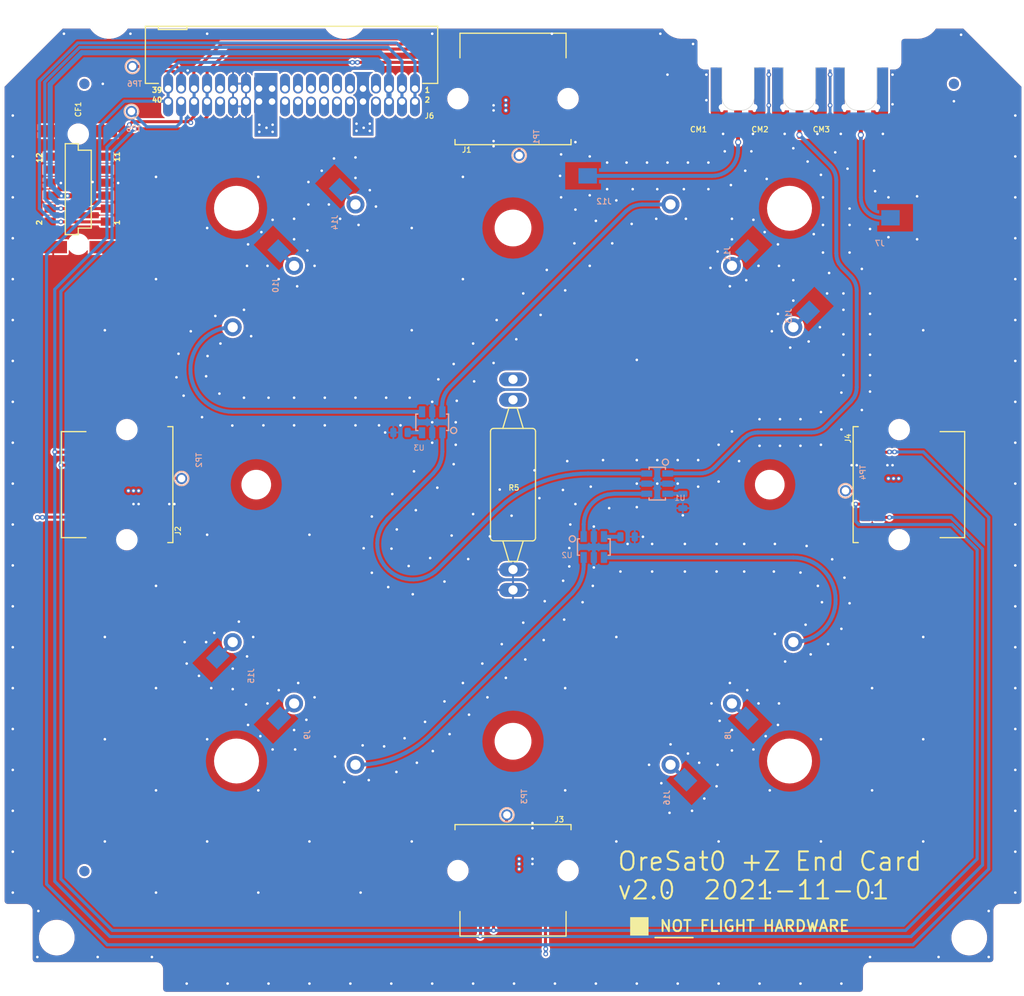
<source format=kicad_pcb>
(kicad_pcb (version 20211014) (generator pcbnew)
  (layers (0 "F.Cu" signal) (1 "In1.Cu" signal) (2 "In2.Cu" signal) (31 "B.Cu" signal) (34 "B.Paste" user) (35 "F.Paste" user) (36 "B.SilkS" user "B.Silkscreen") (37 "F.SilkS" user "F.Silkscreen") (38 "B.Mask" user) (39 "F.Mask" user) (44 "Edge.Cuts" user))
  (net 0 "")
  (net 1 "LBAND")
  (net 2 "N$3")
  (net 3 "GND")
  (net 4 "N$4")
  (net 5 "N$6")
  (net 6 "LBAND-SHORT")
  (net 7 "LBAND-1/4L")
  (net 8 "LBAND_270")
  (net 9 "LBAND_180")
  (net 10 "LBAND_90")
  (net 11 "LBAND_0")
  (net 12 "TURNSTILE-DEPLOY")
  (net 13 "MAG-SCL")
  (net 14 "MAG-POWER")
  (net 15 "MAG-SDA")
  (net 16 "~{SD}")
  (net 17 "VBUS")
  (net 18 "CAN1_L")
  (net 19 "CAN1_H")
  (net 20 "N$7")
  (net 21 "N$8")
  (net 22 "N$9")
  (net 23 "N$10")
  (net 24 "UHF_0")
  (net 25 "UHF_90")
  (net 26 "UHF_180")
  (net 27 "UHF_270")
  (net 28 "UHF")
  (net 29 "L1BAND_270")
  (net 30 "L1BAND_180")
  (net 31 "L1BAND_90")
  (net 32 "L1BAND_0")
  (net 33 "L1BAND")
  (net 34 "C3-UART-RX")
  (net 35 "C3-UART-TX")
  (footprint "plusz-end-card-with-turnstile:M55-7101242R" (layer "F.Cu") (at 186.2511 102.5036 90)
    (fp_text reference "J4")
    (fp_text value "Harwin M55-7101242R" hide)
  )
  (footprint "oresat-footprints:J-MOLEX-SMPM-073300-003X" (layer "F.Cu") (at 176.5011 61.7036)
    (fp_text reference "CM2")
    (fp_text value "J-MOLEX-SMPM-73300-003X" hide)
    (fp_line (start -2 0) (end -1.5748 0) (layer "Edge.Cuts") (width 0.05))
    (fp_line (start 1.5748 0) (end 2 0) (layer "Edge.Cuts") (width 0.05))
    (fp_line (start -1.5748 0) (end -1.5748 2.921) (layer "Edge.Cuts") (width 0.05))
    (fp_line (start -0.3048 4.191) (end 0.3048 4.191) (layer "Edge.Cuts") (width 0.05))
    (fp_line (start 1.5748 2.921) (end 1.5748 0) (layer "Edge.Cuts") (width 0.05))
    (fp_arc (start 1.574799 2.920999) (mid 1.202825 3.819025) (end 0.3048 4.191) (layer "Edge.Cuts") (width 0.05))
    (fp_arc (start -0.304799 4.191001) (mid -1.202825 3.819026) (end -1.5748 2.921) (layer "Edge.Cuts") (width 0.05))
  )
  (footprint "plusz-end-card-with-turnstile:1X01" (layer "F.Cu") (at 149.1011 70.3036 90)
    (fp_text reference "TP1")
    (fp_text value "TEST-POINT-LARGE-SQUARE" hide)
  )
  (footprint "plusz-end-card-with-turnstile:MCMASTER-94100A150" (layer "F.Cu") (at 175.5311 129.5336)
    (fp_text reference "HW2" hide)
    (fp_text value "MCMASTER-94100A150" hide)
  )
  (footprint "plusz-end-card-with-turnstile:MCMASTER-94100A150" (layer "F.Cu") (at 121.4711 75.4736)
    (fp_text reference "HW3" hide)
    (fp_text value "MCMASTER-94100A150" hide)
  )
  (footprint "plusz-end-card-with-turnstile:J-SAMTEC-TFM-120-X1-XXX-D-RA" (layer "F.Cu") (at 126.8511 64.4036)
    (fp_text reference "J6")
    (fp_text value "J-SAMTEC-TFM-120-X1-XXX-D-RA" hide)
  )
  (footprint "oresat-footprints:J-MOLEX-SMPM-073300-003X" (layer "F.Cu") (at 182.5011 61.7036)
    (fp_text reference "CM3")
    (fp_text value "J-MOLEX-SMPM-73300-003X" hide)
    (fp_line (start -1.5748 0) (end -1.5748 2.921) (layer "Edge.Cuts") (width 0.05))
    (fp_line (start 1.5748 2.921) (end 1.5748 0) (layer "Edge.Cuts") (width 0.05))
    (fp_line (start -0.3048 4.191) (end 0.3048 4.191) (layer "Edge.Cuts") (width 0.05))
    (fp_line (start 1.5748 0) (end 2 0) (layer "Edge.Cuts") (width 0.05))
    (fp_line (start -2 0) (end -1.5748 0) (layer "Edge.Cuts") (width 0.05))
    (fp_arc (start -0.304799 4.191001) (mid -1.202825 3.819026) (end -1.5748 2.921) (layer "Edge.Cuts") (width 0.05))
    (fp_arc (start 1.574799 2.920999) (mid 1.202825 3.819025) (end 0.3048 4.191) (layer "Edge.Cuts") (width 0.05))
  )
  (footprint "plusz-end-card-with-turnstile:1X01" (layer "F.Cu") (at 116.1011 101.9036 90)
    (fp_text reference "TP2")
    (fp_text value "TEST-POINT-LARGE-SQUARE" hide)
  )
  (footprint "plusz-end-card-with-turnstile:M55-7101242R" (layer "F.Cu") (at 148.5011 140.2536)
    (fp_text reference "J3")
    (fp_text value "Harwin M55-7101242R" hide)
  )
  (footprint "plusz-end-card-with-turnstile:MCMASTER-94100A150" (layer "F.Cu") (at 121.4711 129.5336)
    (fp_text reference "HW4" hide)
    (fp_text value "MCMASTER-94100A150" hide)
  )
  (footprint "plusz-end-card-with-turnstile:ORESAT-CARD-V1.3-GENERIC-3RF" (layer "F.Cu") (at 98.6011 152.3036)
    (fp_text reference "PCB1" hide)
    (fp_text value "ORESAT-CARD-V1.3-GENERIC-3RF" hide)
    (fp_line (start 97.55 -8.6) (end 99.3 -8.6) (layer "Edge.Cuts") (width 0.001))
    (fp_line (start 31.66795 -94.6) (end 12.13205 -94.6) (layer "Edge.Cuts") (width 0.001))
    (fp_line (start 15.5 -2.4) (end 15.5 -0.5) (layer "Edge.Cuts") (width 0.001))
    (fp_line (start 82.81 -86.4) (end 84.99 -86.4) (layer "Edge.Cuts") (width 0.001))
    (fp_line (start 79.49 -86.9) (end 79.49 -90.6) (layer "Edge.Cuts") (width 0.001))
    (fp_line (start 89.4 -93.6) (end 88.16795 -93.6) (layer "Edge.Cuts") (width 0.001))
    (fp_line (start 68.13205 -93.1) (end 68.13205 -91.1) (layer "Edge.Cuts") (width 0.001))
    (fp_line (start 76.81 -86.4) (end 78.99 -86.4) (layer "Edge.Cuts") (width 0.001))
    (fp_line (start 3.25 -2.9) (end 15 -2.9) (layer "Edge.Cuts") (width 0.001))
    (fp_line (start 76.31 -90.6) (end 73.49 -90.6) (layer "Edge.Cuts") (width 0.001))
    (fp_line (start 85.49 -86.9) (end 85.49 -90.6) (layer "Edge.Cuts") (width 0.001))
    (fp_line (start 70.81 -86.4) (end 72.99 -86.4) (layer "Edge.Cuts") (width 0.001))
    (fp_line (start 94 -94.6) (end 91.13205 -94.6) (layer "Edge.Cuts") (width 0.001))
    (fp_line (start 66.4 -93.6) (end 67.63205 -93.6) (layer "Edge.Cuts") (width 0.001))
    (fp_line (start 73.49 -86.9) (end 73.49 -90.6) (layer "Edge.Cuts") (width 0.001))
    (fp_line (start 70.31 -86.9) (end 70.31 -90.6) (layer "Edge.Cuts") (width 0.001))
    (fp_line (start 82.31 -90.6) (end 79.49 -90.6) (layer "Edge.Cuts") (width 0.001))
    (fp_line (start 2.75 -8.1) (end 2.75 -3.4) (layer "Edge.Cuts") (width 0.001))
    (fp_line (start 5.8 -94.6) (end 0 -88.8) (layer "Edge.Cuts") (width 0.001))
    (fp_line (start 84.3 -0.5) (end 84.3 -2.4) (layer "Edge.Cuts") (width 0.001))
    (fp_line (start 82.31 -86.9) (end 82.31 -90.6) (layer "Edge.Cuts") (width 0.001))
    (fp_line (start 87.16795 -90.6) (end 85.49 -90.6) (layer "Edge.Cuts") (width 0.001))
    (fp_line (start 64.66795 -94.6) (end 35.13205 -94.6) (layer "Edge.Cuts") (width 0.001))
    (fp_line (start 97.05 -3.4) (end 97.05 -8.1) (layer "Edge.Cuts") (width 0.001))
    (fp_line (start 70.31 -90.6) (end 68.63205 -90.6) (layer "Edge.Cuts") (width 0.001))
    (fp_line (start 16 0) (end 83.8 0) (layer "Edge.Cuts") (width 0.001))
    (fp_line (start 87.66795 -93.1) (end 87.66795 -91.1) (layer "Edge.Cuts") (width 0.001))
    (fp_line (start 76.31 -86.9) (end 76.31 -90.6) (layer "Edge.Cuts") (width 0.001))
    (fp_line (start 8.66795 -94.6) (end 5.8 -94.6) (layer "Edge.Cuts") (width 0.001))
    (fp_line (start 84.8 -2.9) (end 96.55 -2.9) (layer "Edge.Cuts") (width 0.001))
    (fp_line (start 99.8 -9.1) (end 99.8 -88.8) (layer "Edge.Cuts") (width 0.001))
    (fp_line (start 0.5 -8.6) (end 2.25 -8.6) (layer "Edge.Cuts") (width 0.001))
    (fp_line (start 0 -88.8) (end 0 -9.1) (layer "Edge.Cuts") (width 0.001))
    (fp_line (start 99.8 -88.8) (end 94 -94.6) (layer "Edge.Cuts") (width 0.001))
    (fp_arc (start 0.5 -8.6) (mid 0.146447 -8.746447) (end 0 -9.1) (layer "Edge.Cuts") (width 0.001))
    (fp_arc (start 79.49 -86.9) (mid 79.343553 -86.546447) (end 78.99 -86.4) (layer "Edge.Cuts") (width 0.001))
    (fp_arc (start 85.49 -86.9) (mid 85.343553 -86.546447) (end 84.99 -86.4) (layer "Edge.Cuts") (width 0.001))
    (fp_arc (start 97.05 -3.4) (mid 96.903553 -3.046447) (end 96.55 -2.9) (layer "Edge.Cuts") (width 0.001))
    (fp_arc (start 16 0) (mid 15.646447 -0.146447) (end 15.5 -0.5) (layer "Edge.Cuts") (width 0.001))
    (fp_arc (start 91.132049 -94.6) (mid 90.399999 -93.86795) (end 89.4 -93.6) (layer "Edge.Cuts") (width 0.001))
    (fp_arc (start 66.399999 -93.6) (mid 65.4 -93.867949) (end 64.66795 -94.6) (layer "Edge.Cuts") (width 0.001))
    (fp_arc (start 73.49 -86.9) (mid 73.343553 -86.546447) (end 72.99 -86.4) (layer "Edge.Cuts") (width 0.001))
    (fp_arc (start 99.8 -9.1) (mid 99.653553 -8.746447) (end 99.3 -8.6) (layer "Edge.Cuts") (width 0.001))
    (fp_arc (start 35.132049 -94.599999) (mid 33.399999 -93.600001) (end 31.66795 -94.6) (layer "Edge.Cuts") (width 0.001))
    (fp_arc (start 97.05 -8.1) (mid 97.196447 -8.453553) (end 97.55 -8.6) (layer "Edge.Cuts") (width 0.001))
    (fp_arc (start 2.25 -8.6) (mid 2.603553 -8.453553) (end 2.75 -8.1) (layer "Edge.Cuts") (width 0.001))
    (fp_arc (start 82.81 -86.4) (mid 82.456447 -86.546447) (end 82.31 -86.9) (layer "Edge.Cuts") (width 0.001))
    (fp_arc (start 3.25 -2.9) (mid 2.896447 -3.046447) (end 2.75 -3.4) (layer "Edge.Cuts") (width 0.001))
    (fp_arc (start 84.3 -2.4) (mid 84.446447 -2.753553) (end 84.8 -2.9) (layer "Edge.Cuts") (width 0.001))
    (fp_arc (start 68.63205 -90.6) (mid 68.278497 -90.746447) (end 68.13205 -91.1) (layer "Edge.Cuts") (width 0.001))
    (fp_arc (start 84.3 -0.5) (mid 84.153553 -0.146447) (end 83.8 0) (layer "Edge.Cuts") (width 0.001))
    (fp_arc (start 87.66795 -91.1) (mid 87.521503 -90.746447) (end 87.16795 -90.6) (layer "Edge.Cuts") (width 0.001))
    (fp_arc (start 15 -2.9) (mid 15.353553 -2.753553) (end 15.5 -2.4) (layer "Edge.Cuts") (width 0.001))
    (fp_arc (start 67.63205 -93.6) (mid 67.985603 -93.453553) (end 68.13205 -93.1) (layer "Edge.Cuts") (width 0.001))
    (fp_arc (start 87.66795 -93.1) (mid 87.814397 -93.453553) (end 88.16795 -93.6) (layer "Edge.Cuts") (width 0.001))
    (fp_arc (start 76.81 -86.4) (mid 76.456447 -86.546447) (end 76.31 -86.9) (layer "Edge.Cuts") (width 0.001))
    (fp_arc (start 70.81 -86.4) (mid 70.456447 -86.546447) (end 70.31 -86.9) (layer "Edge.Cuts") (width 0.001))
    (fp_arc (start 12.132049 -94.599999) (mid 10.399999 -93.600001) (end 8.66795 -94.6) (layer "Edge.Cuts") (width 0.001))
  )
  (footprint "plusz-end-card-with-turnstile:1X01" (layer "F.Cu") (at 181.0011 103.1036 90)
    (fp_text reference "TP4")
    (fp_text value "TEST-POINT-LARGE-SQUARE" hide)
  )
  (footprint "plusz-end-card-with-turnstile:M55-7101242R" (layer "F.Cu") (at 148.5011 64.7536 180)
    (fp_text reference "J1")
    (fp_text value "Harwin M55-7101242R" hide)
  )
  (footprint "plusz-end-card-with-turnstile:FLIGHTMARKER_NEW_BOARDS" (layer "F.Cu") (at 160.2011 146.3036)
    (fp_text reference "U$1" hide)
    (fp_text value "FLIGHMARKERNEW" hide)
  )
  (footprint "oresat-footprints:J-MOLEX-SMPM-073300-003X" (layer "F.Cu") (at 170.5011 61.7036)
    (fp_text reference "CM1")
    (fp_text value "J-MOLEX-SMPM-73300-003X" hide)
    (fp_line (start -1.5748 0) (end -1.5748 2.921) (layer "Edge.Cuts") (width 0.05))
    (fp_line (start 1.5748 0) (end 2 0) (layer "Edge.Cuts") (width 0.05))
    (fp_line (start -2 0) (end -1.5748 0) (layer "Edge.Cuts") (width 0.05))
    (fp_line (start 1.5748 2.921) (end 1.5748 0) (layer "Edge.Cuts") (width 0.05))
    (fp_line (start -0.3048 4.191) (end 0.3048 4.191) (layer "Edge.Cuts") (width 0.05))
    (fp_arc (start 1.574799 2.920999) (mid 1.202825 3.819025) (end 0.3048 4.191) (layer "Edge.Cuts") (width 0.05))
    (fp_arc (start -0.304799 4.191001) (mid -1.202825 3.819026) (end -1.5748 2.921) (layer "Edge.Cuts") (width 0.05))
  )
  (footprint "" (layer "F.Cu") (at 148.5011 127.6036)
    (fp_text reference "@HOLE1" hide)
    (fp_text value "")
  )
  (footprint "plusz-end-card-with-turnstile:1X01" (layer "F.Cu") (at 111.3011 61.6036)
    (fp_text reference "TP6")
    (fp_text value "TEST-POINT-LARGE-SQUARE" hide)
  )
  (footprint "plusz-end-card-with-turnstile:1X01" (layer "F.Cu") (at 147.9011 134.8036 90)
    (fp_text reference "TP3")
    (fp_text value "TEST-POINT-LARGE-SQUARE" hide)
  )
  (footprint "plusz-end-card-with-turnstile:PAC100-FOR-MELTWIRE" (layer "F.Cu") (at 148.5011 102.5036 180)
    (fp_text reference "R5")
    (fp_text value "7.5  1W" hide)
  )
  (footprint "plusz-end-card-with-turnstile:M55-7101242R" (layer "F.Cu") (at 110.7511 102.5036 -90)
    (fp_text reference "J2")
    (fp_text value "Harwin M55-7101242R" hide)
  )
  (footprint "plusz-end-card-with-turnstile:HARWIN-M55-60X1242R" (layer "F.Cu") (at 106.0011 73.6036 90)
    (fp_text reference "CF1")
    (fp_text value "J-HARWIN-M55-6001242R" hide)
  )
  (footprint "plusz-end-card-with-turnstile:FIDUCIAL-1.0X2.0" (layer "F.Cu") (at 191.6011 63.3036)
    (fp_text reference "FIDUCIAL3" hide)
    (fp_text value "FIDUCIAL-1.0X2.0" hide)
  )
  (footprint "" (layer "F.Cu") (at 173.6011 102.5036)
    (fp_text reference "@HOLE3" hide)
    (fp_text value "")
  )
  (footprint "plusz-end-card-with-turnstile:MCMASTER-94100A150" (layer "F.Cu") (at 175.5311 75.4736)
    (fp_text reference "HW1" hide)
    (fp_text value "MCMASTER-94100A150" hide)
  )
  (footprint "plusz-end-card-with-turnstile:FIDUCIAL-1.0X2.0" (layer "F.Cu") (at 106.6011 140.3036)
    (fp_text reference "FIDUCIAL1" hide)
    (fp_text value "FIDUCIAL-1.0X2.0" hide)
  )
  (footprint "" (layer "F.Cu") (at 148.5011 77.4036)
    (fp_text reference "@HOLE0" hide)
    (fp_text value "")
  )
  (footprint "plusz-end-card-with-turnstile:1X01" (layer "F.Cu") (at 111.2011 66.0036)
    (fp_text reference "TP5")
    (fp_text value "TEST-POINT-LARGE-SQUARE" hide)
  )
  (footprint "plusz-end-card-with-turnstile:FIDUCIAL-1.0X2.0" (layer "F.Cu") (at 106.6011 63.3036)
    (fp_text reference "FIDUCIAL2" hide)
    (fp_text value "FIDUCIAL-1.0X2.0" hide)
  )
  (footprint "" (layer "F.Cu") (at 123.4011 102.5036)
    (fp_text reference "@HOLE2" hide)
    (fp_text value "")
  )
  (footprint "plusz-end-card-with-turnstile:R107064070_CONTACT" (layer "B.Cu") (at 186.6011 76.4036 90)
    (fp_text reference "J7")
    (fp_text value "R107064070_CONTACT" hide)
  )
  (footprint "plusz-end-card-with-turnstile:.0603-C-NOSILK" (layer "B.Cu") (at 137.5011 97.4036)
    (fp_text reference "R3")
    (fp_text value "50")
  )
  (footprint "plusz-end-card-with-turnstile:QCN-XXX+" (layer "B.Cu") (at 140.6011 96.4036 180)
    (fp_text reference "U3")
    (fp_text value "QCN-19+")
  )
  (footprint "plusz-end-card-with-turnstile:FIDUCIAL-1.0X2.0" (layer "B.Cu") (at 106.6011 63.3036 180)
    (fp_text reference "FIDUCIAL4" hide)
    (fp_text value "FIDUCIAL-1.0X2.0" hide)
  )
  (footprint "plusz-end-card-with-turnstile:R107064070_CONTACT" (layer "B.Cu") (at 172.2011 126.2036 45)
    (fp_text reference "J8")
    (fp_text value "R107064070_CONTACT" hide)
  )
  (footprint "plusz-end-card-with-turnstile:R107064070_CONTACT" (layer "B.Cu") (at 172.2011 78.8036 135)
    (fp_text reference "J11")
    (fp_text value "R107064070_CONTACT" hide)
  )
  (footprint "plusz-end-card-with-turnstile:R107064070_CONTACT" (layer "B.Cu") (at 166.2011 132.2036 45)
    (fp_text reference "J16")
    (fp_text value "R107064070_CONTACT" hide)
  )
  (footprint "plusz-end-card-with-turnstile:.0603-C-NOSILK" (layer "B.Cu") (at 159.7011 107.6036 180)
    (fp_text reference "R2")
    (fp_text value "50")
  )
  (footprint "plusz-end-card-with-turnstile:FIDUCIAL-1.0X2.0" (layer "B.Cu") (at 191.6011 63.3036 180)
    (fp_text reference "FIDUCIAL5" hide)
    (fp_text value "FIDUCIAL-1.0X2.0" hide)
  )
  (footprint "plusz-end-card-with-turnstile:R107064070_CONTACT" (layer "B.Cu") (at 118.8011 120.2036 -45)
    (fp_text reference "J15")
    (fp_text value "R107064070_CONTACT" hide)
  )
  (footprint "plusz-end-card-with-turnstile:R107064070_CONTACT" (layer "B.Cu") (at 130.8011 72.8036 -135)
    (fp_text reference "J14")
    (fp_text value "R107064070_CONTACT" hide)
  )
  (footprint "plusz-end-card-with-turnstile:QCN-XXX+" (layer "B.Cu") (at 156.4011 108.6036)
    (fp_text reference "U2")
    (fp_text value "QCN-19+")
  )
  (footprint "plusz-end-card-with-turnstile:R107064070_CONTACT" (layer "B.Cu") (at 124.8011 126.2036 -45)
    (fp_text reference "J9")
    (fp_text value "R107064070_CONTACT" hide)
  )
  (footprint "plusz-end-card-with-turnstile:FIDUCIAL-1.0X2.0" (layer "B.Cu") (at 106.6011 140.3036 180)
    (fp_text reference "FIDUCIAL6" hide)
    (fp_text value "FIDUCIAL-1.0X2.0" hide)
  )
  (footprint "plusz-end-card-with-turnstile:R107064070_CONTACT" (layer "B.Cu") (at 124.8011 78.8036 -135)
    (fp_text reference "J10")
    (fp_text value "R107064070_CONTACT" hide)
  )
  (footprint "plusz-end-card-with-turnstile:QCN-XXX+" (layer "B.Cu") (at 162.6011 102.4036 -90)
    (fp_text reference "U1")
    (fp_text value "QCN-19+")
  )
  (footprint "plusz-end-card-with-turnstile:R107064070_CONTACT" (layer "B.Cu") (at 178.2011 84.8036 135)
    (fp_text reference "J13")
    (fp_text value "R107064070_CONTACT" hide)
  )
  (footprint "plusz-end-card-with-turnstile:.0603-C-NOSILK" (layer "B.Cu") (at 165.1011 104.1036 90)
    (fp_text reference "R1")
    (fp_text value "50")
  )
  (footprint "plusz-end-card-with-turnstile:R107064070_CONTACT" (layer "B.Cu") (at 154.6011 72.3036 -90)
    (fp_text reference "J12")
    (fp_text value "R107064070_CONTACT" hide)
  )
  (gr_text "v2.0  2021-11-01" (at 158.6011 143.2036) (layer "F.SilkS") (effects (font (size 1.8 1.8) (thickness 0.2)) (justify left bottom)))
  (gr_text "OreSat0 +Z End Card" (at 158.6011 140.4036) (layer "F.SilkS") (effects (font (size 1.8 1.8) (thickness 0.2)) (justify left bottom)))
  (segment (start 176.5011 66.7836) (end 176.5011 68.3036) (width 0.38) (layer "F.Cu") (net 1))
  (via (at 176.5011 68.3036) (size 0.5832) (drill 0.38) (layers "F.Cu" "B.Cu") (net 1))
  (segment (start 179.515312 71.317813) (end 179.515312 71.317813) (width 0.38) (layer "B.Cu") (net 1))
  (segment (start 182.1011 92.975172) (end 182.1011 92.975172) (width 0.38) (layer "B.Cu") (net 1))
  (segment (start 182.08399 93.236225) (end 182.032952 93.492811) (width 0.38) (layer "B.Cu") (net 1))
  (segment (start 181.515312 82.117813) (end 181.687806 82.314504) (width 0.38) (layer "B.Cu") (net 1))
  (segment (start 181.833151 93.975174) (end 181.515312 94.389388) (width 0.38) (layer "B.Cu") (net 1))
  (segment (start 181.687806 82.314504) (end 181.83315 82.532027) (width 0.38) (layer "B.Cu") (net 1))
  (segment (start 182.1011 92.975172) (end 182.08399 93.236225) (width 0.38) (layer "B.Cu") (net 1))
  (segment (start 180.1011 79.875173) (end 180.11821 80.136225) (width 0.38) (layer "B.Cu") (net 1))
  (segment (start 176.5011 68.3036) (end 179.515312 71.317813) (width 0.38) (layer "B.Cu") (net 1))
  (segment (start 171.015312 97.989388) (end 168.186887 100.817813) (width 0.38) (layer "B.Cu") (net 1))
  (segment (start 180.686887 81.289388) (end 181.515312 82.117813) (width 0.38) (layer "B.Cu") (net 1))
  (segment (start 178.438039 97.25136) (end 178.19031 97.335452) (width 0.38) (layer "B.Cu") (net 1))
  (segment (start 179.948859 71.96666) (end 180.032952 72.21439) (width 0.38) (layer "B.Cu") (net 1))
  (segment (start 180.032952 72.21439) (end 180.08399 72.470976) (width 0.38) (layer "B.Cu") (net 1))
  (segment (start 171.66416 97.555841) (end 171.429526 97.671549) (width 0.38) (layer "B.Cu") (net 1))
  (segment (start 167.538039 101.25136) (end 167.29031 101.335452) (width 0.38) (layer "B.Cu") (net 1))
  (segment (start 182.032952 93.492811) (end 181.948859 93.74054) (width 0.38) (layer "B.Cu") (net 1))
  (segment (start 180.11821 80.136225) (end 180.169248 80.392811) (width 0.38) (layer "B.Cu") (net 1))
  (segment (start 167.033724 101.38649) (end 166.772671 101.4036) (width 0.38) (layer "B.Cu") (net 1))
  (segment (start 167.772672 101.135651) (end 167.538039 101.25136) (width 0.38) (layer "B.Cu") (net 1))
  (segment (start 178.19031 97.335452) (end 177.933724 97.38649) (width 0.38) (layer "B.Cu") (net 1))
  (segment (start 180.1011 79.875172) (end 180.1011 79.875173) (width 0.38) (layer "B.Cu") (net 1))
  (segment (start 181.948859 82.76666) (end 182.032952 83.01439) (width 0.38) (layer "B.Cu") (net 1))
  (segment (start 181.515312 82.117813) (end 181.515312 82.117813) (width 0.38) (layer "B.Cu") (net 1))
  (segment (start 171.911889 97.471748) (end 171.66416 97.555841) (width 0.38) (layer "B.Cu") (net 1))
  (segment (start 178.890195 96.990307) (end 178.672672 97.135651) (width 0.38) (layer "B.Cu") (net 1))
  (segment (start 180.1011 72.732029) (end 180.1011 79.875172) (width 0.38) (layer "B.Cu") (net 1))
  (segment (start 179.83315 71.732027) (end 179.948859 71.96666) (width 0.38) (layer "B.Cu") (net 1))
  (segment (start 182.1011 83.532029) (end 182.1011 92.975172) (width 0.38) (layer "B.Cu") (net 1))
  (segment (start 167.990195 100.990307) (end 167.772672 101.135651) (width 0.38) (layer "B.Cu") (net 1))
  (segment (start 172.429528 97.4036) (end 172.168475 97.42071) (width 0.38) (layer "B.Cu") (net 1))
  (segment (start 180.253341 80.640541) (end 180.369049 80.875174) (width 0.38) (layer "B.Cu") (net 1))
  (segment (start 179.515312 71.317813) (end 179.687806 71.514504) (width 0.38) (layer "B.Cu") (net 1))
  (segment (start 180.169248 80.392811) (end 180.253341 80.640541) (width 0.38) (layer "B.Cu") (net 1))
  (segment (start 168.186886 100.817814) (end 167.990195 100.990307) (width 0.38) (layer "B.Cu") (net 1))
  (segment (start 181.83315 82.532027) (end 181.948859 82.76666) (width 0.38) (layer "B.Cu") (net 1))
  (segment (start 179.086886 96.817814) (end 178.890195 96.990307) (width 0.38) (layer "B.Cu") (net 1))
  (segment (start 171.429526 97.671549) (end 171.015312 97.989388) (width 0.38) (layer "B.Cu") (net 1))
  (segment (start 180.369049 80.875174) (end 180.686887 81.289388) (width 0.38) (layer "B.Cu") (net 1))
  (segment (start 166.772671 101.4036) (end 163.6361 101.4036) (width 0.38) (layer "B.Cu") (net 1))
  (segment (start 167.29031 101.335452) (end 167.033724 101.38649) (width 0.38) (layer "B.Cu") (net 1))
  (segment (start 182.08399 83.270976) (end 182.1011 83.532029) (width 0.38) (layer "B.Cu") (net 1))
  (segment (start 179.086887 96.817813) (end 179.086886 96.817814) (width 0.38) (layer "B.Cu") (net 1))
  (segment (start 177.933724 97.38649) (end 177.672671 97.4036) (width 0.38) (layer "B.Cu") (net 1))
  (segment (start 168.186887 100.817813) (end 168.186886 100.817814) (width 0.38) (layer "B.Cu") (net 1))
  (segment (start 177.672671 97.4036) (end 172.429528 97.4036) (width 0.38) (layer "B.Cu") (net 1))
  (segment (start 163.6361 101.4036) (end 163.6261 101.4136) (width 0.38) (layer "B.Cu") (net 1))
  (segment (start 172.168475 97.42071) (end 171.911889 97.471748) (width 0.38) (layer "B.Cu") (net 1))
  (segment (start 178.672672 97.135651) (end 178.438039 97.25136) (width 0.38) (layer "B.Cu") (net 1))
  (segment (start 182.032952 83.01439) (end 182.08399 83.270976) (width 0.38) (layer "B.Cu") (net 1))
  (segment (start 172.429528 97.4036) (end 172.429528 97.4036) (width 0.38) (layer "B.Cu") (net 1))
  (segment (start 181.515312 94.389388) (end 179.086887 96.817813) (width 0.38) (layer "B.Cu") (net 1))
  (segment (start 179.687806 71.514504) (end 179.83315 71.732027) (width 0.38) (layer "B.Cu") (net 1))
  (segment (start 181.948859 93.74054) (end 181.833151 93.975174) (width 0.38) (layer "B.Cu") (net 1))
  (segment (start 180.08399 72.470976) (end 180.1011 72.732029) (width 0.38) (layer "B.Cu") (net 1))
  (segment (start 163.6261 103.3936) (end 163.6361 103.4036) (width 0.38) (layer "B.Cu") (net 2))
  (segment (start 165.1011 103.4036) (end 163.6361 103.4036) (width 0.38) (layer "B.Cu") (net 2))
  (segment (start 114.0211 104.4086) (end 112.7511 104.4086) (width 0.6) (layer "F.Cu") (net 3))
  (segment (start 114.8961 104.4086) (end 114.0211 104.4086) (width 0.6) (layer "F.Cu") (net 3))
  (segment (start 114.9011 104.4036) (end 114.8961 104.4086) (width 0.6) (layer "F.Cu") (net 3))
  (segment (start 146.5961 68.0236) (end 146.5961 66.7536) (width 0.6) (layer "F.Cu") (net 3))
  (segment (start 182.9811 100.5986) (end 184.2511 100.5986) (width 0.6) (layer "F.Cu") (net 3))
  (segment (start 146.6011 68.9036) (end 146.6011 68.0286) (width 0.6) (layer "F.Cu") (net 3))
  (segment (start 111.9011 104.4036) (end 111.4011 104.4036) (width 0.6) (layer "F.Cu") (net 3))
  (segment (start 150.4061 139.0986) (end 150.4011 139.1036) (width 0.6) (layer "F.Cu") (net 3))
  (segment (start 115.4011 104.4036) (end 114.9011 104.4036) (width 0.6) (layer "F.Cu") (net 3))
  (segment (start 146.6011 65.9036) (end 146.6011 65.4036) (width 0.6) (layer "F.Cu") (net 3))
  (segment (start 146.5961 66.7536) (end 146.5961 65.9086) (width 0.6) (layer "F.Cu") (net 3))
  (segment (start 146.5961 65.9086) (end 146.6011 65.9036) (width 0.6) (layer "F.Cu") (net 3))
  (segment (start 185.3961 100.5986) (end 185.4011 100.6036) (width 0.5) (layer "F.Cu") (net 3))
  (segment (start 150.4061 138.2536) (end 150.4061 139.0986) (width 0.6) (layer "F.Cu") (net 3))
  (segment (start 185.0961 100.5986) (end 185.1011 100.6036) (width 0.6) (layer "F.Cu") (net 3))
  (segment (start 150.4011 136.1036) (end 150.4061 136.1086) (width 0.6) (layer "F.Cu") (net 3))
  (segment (start 150.4061 136.1086) (end 150.4061 136.9836) (width 0.6) (layer "F.Cu") (net 3))
  (segment (start 146.6011 69.4036) (end 146.6011 68.9036) (width 0.6) (layer "F.Cu") (net 3))
  (segment (start 112.7511 104.4086) (end 111.9061 104.4086) (width 0.6) (layer "F.Cu") (net 3))
  (segment (start 184.2511 100.5986) (end 185.0961 100.5986) (width 0.6) (layer "F.Cu") (net 3))
  (segment (start 181.7961 100.5986) (end 181.7011 100.5036) (width 0.5) (layer "F.Cu") (net 3))
  (segment (start 182.1011 100.6036) (end 182.1061 100.5986) (width 0.6) (layer "F.Cu") (net 3))
  (segment (start 146.6011 68.0286) (end 146.5961 68.0236) (width 0.6) (layer "F.Cu") (net 3))
  (segment (start 111.9061 104.4086) (end 111.9011 104.4036) (width 0.6) (layer "F.Cu") (net 3))
  (segment (start 182.1061 100.5986) (end 182.9811 100.5986) (width 0.6) (layer "F.Cu") (net 3))
  (segment (start 150.4061 136.9836) (end 150.4061 138.2536) (width 0.6) (layer "F.Cu") (net 3))
  (via (at 157.3011 100.1036) (size 0.4572) (drill 0.254) (layers "F.Cu" "B.Cu") (net 3))
  (via (at 168.4011 111.0036) (size 0.4572) (drill 0.254) (layers "F.Cu" "B.Cu") (net 3))
  (via (at 133.6011 142.4036) (size 0.4572) (drill 0.254) (layers "F.Cu" "B.Cu") (net 3))
  (via (at 188.0011 74.3036) (size 0.4572) (drill 0.254) (layers "F.Cu" "B.Cu") (net 3))
  (via (at 162.5011 76.5036) (size 0.4572) (drill 0.254) (layers "F.Cu" "B.Cu") (net 3))
  (via (at 146.6011 65.4036) (size 0.4572) (drill 0.254) (layers "F.Cu" "B.Cu") (net 3))
  (via (at 180.8011 89.8036) (size 0.4572) (drill 0.254) (layers "F.Cu" "B.Cu") (net 3))
  (via (at 133.1011 72.5036) (size 0.4572) (drill 0.254) (layers "F.Cu" "B.Cu") (net 3))
  (via (at 177.4011 88.5036) (size 0.4572) (drill 0.254) (layers "F.Cu" "B.Cu") (net 3))
  (via (at 188.6011 117.4036) (size 0.4572) (drill 0.254) (layers "F.Cu" "B.Cu") (net 3))
  (via (at 128.4011 79.6036) (size 0.4572) (drill 0.254) (layers "F.Cu" "B.Cu") (net 3))
  (via (at 188.6011 87.4036) (size 0.4572) (drill 0.254) (layers "F.Cu" "B.Cu") (net 3))
  (via (at 197.6011 90.4036) (size 0.4572) (drill 0.254) (layers "F.Cu" "B.Cu") (net 3))
  (via (at 116.6011 120.0036) (size 0.4572) (drill 0.254) (layers "F.Cu" "B.Cu") (net 3))
  (via (at 124.5011 81.1036) (size 0.4572) (drill 0.254) (layers "F.Cu" "B.Cu") (net 3))
  (via (at 128.5011 75.1036) (size 0.4572) (drill 0.254) (layers "F.Cu" "B.Cu") (net 3))
  (via (at 153.3811 103.0236) (size 0.4572) (drill 0.254) (layers "F.Cu" "B.Cu") (net 3))
  (via (at 172.6011 98.7036) (size 0.4572) (drill 0.254) (layers "F.Cu" "B.Cu") (net 3))
  (via (at 138.7011 113.2236) (size 0.4572) (drill 0.254) (layers "F.Cu" "B.Cu") (net 3))
  (via (at 144.2011 125.0036) (size 0.4572) (drill 0.254) (layers "F.Cu" "B.Cu") (net 3))
  (via (at 127.1011 78.5036) (size 0.4572) (drill 0.254) (layers "F.Cu" "B.Cu") (net 3))
  (via (at 124.6011 94.0036) (size 0.4572) (drill 0.254) (layers "F.Cu" "B.Cu") (net 3))
  (via (at 99.6011 114.4036) (size 0.4572) (drill 0.254) (layers "F.Cu" "B.Cu") (net 3))
  (via (at 167.8011 81.3036) (size 0.4572) (drill 0.254) (layers "F.Cu" "B.Cu") (net 3))
  (via (at 172.5011 81.1036) (size 0.4572) (drill 0.254) (layers "F.Cu" "B.Cu") (net 3))
  (via (at 140.6011 58.4036) (size 0.4572) (drill 0.254) (layers "F.Cu" "B.Cu") (net 3))
  (via (at 181.4011 77.1036) (size 0.4572) (drill 0.254) (layers "F.Cu" "B.Cu") (net 3))
  (via (at 171.958 68.199) (size 0.4572) (drill 0.254) (layers "F.Cu" "B.Cu") (net 3))
  (via (at 181.2011 71.6036) (size 0.4572) (drill 0.254) (layers "F.Cu" "B.Cu") (net 3))
  (via (at 107.9011 148.7036) (size 0.4572) (drill 0.254) (layers "F.Cu" "B.Cu") (net 3))
  (via (at 128.6011 137.4036) (size 0.4572) (drill 0.254) (layers "F.Cu" "B.Cu") (net 3))
  (via (at 109.9011 73.0036) (size 0.4572) (drill 0.254) (layers "F.Cu" "B.Cu") (net 3))
  (via (at 136.0011 97.4036) (size 0.4572) (drill 0.254) (layers "F.Cu" "B.Cu") (net 3))
  (via (at 157.7011 73.6036) (size 0.4572) (drill 0.254) (layers "F.Cu" "B.Cu") (net 3))
  (via (at 121.1011 120.5036) (size 0.4572) (drill 0.254) (layers "F.Cu" "B.Cu") (net 3))
  (via (at 178.5011 87.1036) (size 0.4572) (drill 0.254) (layers "F.Cu" "B.Cu") (net 3))
  (via (at 132.0011 131.6036) (size 0.4572) (drill 0.254) (layers "F.Cu" "B.Cu") (net 3))
  (via (at 176.6011 96.1036) (size 0.4572) (drill 0.254) (layers "F.Cu" "B.Cu") (net 3))
  (via (at 99.6011 102.4036) (size 0.4572) (drill 0.254) (layers "F.Cu" "B.Cu") (net 3))
  (via (at 121.1011 122.5036) (size 0.4572) (drill 0.254) (layers "F.Cu" "B.Cu") (net 3))
  (via (at 158.6011 74.7036) (size 0.4572) (drill 0.254) (layers "F.Cu" "B.Cu") (net 3))
  (via (at 128.6011 107.4036) (size 0.4572) (drill 0.254) (layers "F.Cu" "B.Cu") (net 3))
  (via (at 130.1011 96.7036) (size 0.4572) (drill 0.254) (layers "F.Cu" "B.Cu") (net 3))
  (via (at 177.3011 70.9036) (size 0.4572) (drill 0.254) (layers "F.Cu" "B.Cu") (net 3))
  (via (at 141.2011 92.2036) (size 0.4572) (drill 0.254) (layers "F.Cu" "B.Cu") (net 3))
  (via (at 99.6011 122.4036) (size 0.4572) (drill 0.254) (layers "F.Cu" "B.Cu") (net 3))
  (via (at 183.4011 77.5036) (size 0.4572) (drill 0.254) (layers "F.Cu" "B.Cu") (net 3))
  (via (at 119.4011 86.0036) (size 0.4572) (drill 0.254) (layers "F.Cu" "B.Cu") (net 3))
  (via (at 179.2011 83.8036) (size 0.4572) (drill 0.254) (layers "F.Cu" "B.Cu") (net 3))
  (via (at 147.2011 102.9836) (size 0.4572) (drill 0.254) (layers "F.Cu" "B.Cu") (net 3))
  (via (at 137.1011 130.6036) (size 0.4572) (drill 0.254) (layers "F.Cu" "B.Cu") (net 3))
  (via (at 146.0011 123.3036) (size 0.4572) (drill 0.254) (layers "F.Cu" "B.Cu") (net 3))
  (via (at 166.6011 102.7036) (size 0.4572) (drill 0.254) (layers "F.Cu" "B.Cu") (net 3))
  (via (at 151.6011 113.9036) (size 0.4572) (drill 0.254) (layers "F.Cu" "B.Cu") (net 3))
  (via (at 182.1011 100.6036) (size 0.4572) (drill 0.254) (layers "F.Cu" "B.Cu") (net 3))
  (via (at 157.9011 104.8036) (size 0.4572) (drill 0.254) (layers "F.Cu" "B.Cu") (net 3))
  (via (at 166.1011 59.4036) (size 0.4572) (drill 0.254) (layers "F.Cu" "B.Cu") (net 3))
  (via (at 156.1011 102.7036) (size 0.4572) (drill 0.254) (layers "F.Cu" "B.Cu") (net 3))
  (via (at 197.6011 142.4036) (size 0.4572) (drill 0.254) (layers "F.Cu" "B.Cu") (net 3))
  (via (at 146.6011 68.9036) (size 0.4572) (drill 0.254) (layers "F.Cu" "B.Cu") (net 3))
  (via (at 197.6011 66.4036) (size 0.4572) (drill 0.254) (layers "F.Cu" "B.Cu") (net 3))
  (via (at 156.3011 112.4036) (size 0.4572) (drill 0.254) (layers "F.Cu" "B.Cu") (net 3))
  (via (at 153.2011 74.4036) (size 0.4572) (drill 0.254) (layers "F.Cu" "B.Cu") (net 3))
  (via (at 188.6011 137.4036) (size 0.4572) (drill 0.254) (layers "F.Cu" "B.Cu") (net 3))
  (via (at 178.6011 137.4036) (size 0.4572) (drill 0.254) (layers "F.Cu" "B.Cu") (net 3))
  (via (at 179.7011 109.8036) (size 0.4572) (drill 0.254) (layers "F.Cu" "B.Cu") (net 3))
  (via (at 118.6011 137.4036) (size 0.4572) (drill 0.254) (layers "F.Cu" "B.Cu") (net 3))
  (via (at 197.6011 106.4036) (size 0.4572) (drill 0.254) (layers "F.Cu" "B.Cu") (net 3))
  (via (at 168.4011 132.0036) (size 0.4572) (drill 0.254) (layers "F.Cu" "B.Cu") (net 3))
  (via (at 178.6011 95.4036) (size 0.4572) (drill 0.254) (layers "F.Cu" "B.Cu") (net 3))
  (via (at 182.6011 81.4036) (size 0.4572) (drill 0.254) (layers "F.Cu" "B.Cu") (net 3))
  (via (at 99.6011 70.4036) (size 0.4572) (drill 0.254) (layers "F.Cu" "B.Cu") (net 3))
  (via (at 124.1011 96.7036) (size 0.4572) (drill 0.254) (layers "F.Cu" "B.Cu") (net 3))
  (via (at 148.8211 88.2836) (size 0.4572) (drill 0.254) (layers "F.Cu" "B.Cu") (net 3))
  (via (at 190.1011 148.7036) (size 0.4572) (drill 0.254) (layers "F.Cu" "B.Cu") (net 3))
  (via (at 174.6011 96.1036) (size 0.4572) (drill 0.254) (layers "F.Cu" "B.Cu") (net 3))
  (via (at 163.0011 131.7036) (size 0.4572) (drill 0.254) (layers "F.Cu" "B.Cu") (net 3))
  (via (at 183.4011 148.7036) (size 0.4572) (drill 0.254) (layers "F.Cu" "B.Cu") (net 3))
  (via (at 162.6011 73.6036) (size 0.4572) (drill 0.254) (layers "F.Cu" "B.Cu") (net 3))
  (via (at 118.5011 117.9036) (size 0.4572) (drill 0.254) (layers "F.Cu" "B.Cu") (net 3))
  (via (at 140.6011 151.3036) (size 0.4572) (drill 0.254) (layers "F.Cu" "B.Cu") (net 3))
  (via (at 144.1211 109.7836) (size 0.4572) (drill 0.254) (layers "F.Cu" "B.Cu") (net 3))
  (via (at 140.6611 128.5636) (size 0.4572) (drill 0.254) (layers "F.Cu" "B.Cu") (net 3))
  (via (at 127.2011 128.4036) (size 0.4572) (drill 0.254) (layers "F.Cu" "B.Cu") (net 3))
  (via (at 114.9011 104.4036) (size 0.4572) (drill 0.254) (layers "F.Cu" "B.Cu") (net 3))
  (via (at 99.6011 90.4036) (size 0.4572) (drill 0.254) (layers "F.Cu" "B.Cu") (net 3))
  (via (at 131.1011 129.1036) (size 0.4572) (drill 0.254) (layers "F.Cu" "B.Cu") (net 3))
  (via (at 197.6011 98.4036) (size 0.4572) (drill 0.254) (layers "F.Cu" "B.Cu") (net 3))
  (via (at 151.8011 81.5036) (size 0.4572) (drill 0.254) (layers "F.Cu" "B.Cu") (net 3))
  (via (at 156.4011 110.6036) (size 0.4572) (drill 0.254) (layers "F.Cu" "B.Cu") (net 3))
  (via (at 172.6011 96.1036) (size 0.4572) (drill 0.254) (layers "F.Cu" "B.Cu") (net 3))
  (via (at 158.2011 78.9036) (size 0.4572) (drill 0.254) (layers "F.Cu" "B.Cu") (net 3))
  (via (at 153.8011 100.2036) (size 0.4572) (drill 0.254) (layers "F.Cu" "B.Cu") (net 3))
  (via (at 115.8011 89.7036) (size 0.4572) (drill 0.254) (layers "F.Cu" "B.Cu") (net 3))
  (via (at 143.6011 121.9036) (size 0.4572) (drill 0.254) (layers "F.Cu" "B.Cu") (net 3))
  (via (at 158.6011 137.4036) (size 0.4572) (drill 0.254) (layers "F.Cu" "B.Cu") (net 3))
  (via (at 173.3011 72.6036) (size 0.4572) (drill 0.254) (layers "F.Cu" "B.Cu") (net 3))
  (via (at 154.6011 75.6036) (size 0.4572) (drill 0.254) (layers "F.Cu" "B.Cu") (net 3))
  (via (at 180.8011 85.4036) (size 0.4572) (drill 0.254) (layers "F.Cu" "B.Cu") (net 3))
  (via (at 118.6411 89.9236) (size 0.4572) (drill 0.254) (layers "F.Cu" "B.Cu") (net 3))
  (via (at 160.6011 90.3036) (size 0.4572) (drill 0.254) (layers "F.Cu" "B.Cu") (net 3))
  (via (at 173.5011 62.4036) (size 0.4572) (drill 0.254) (layers "F.Cu" "B.Cu") (net 3))
  (via (at 99.6011 86.4036) (size 0.4572) (drill 0.254) (layers "F.Cu" "B.Cu") (net 3))
  (via (at 129.8011 71.8036) (size 0.4572) (drill 0.254) (layers "F.Cu" "B.Cu") (net 3))
  (via (at 161.6011 71.0036) (size 0.4572) (drill 0.254) (layers "F.Cu" "B.Cu") (net 3))
  (via (at 167.4011 62.4036) (size 0.4572) (drill 0.254) (layers "F.Cu" "B.Cu") (net 3))
  (via (at 113.2011 148.7036) (size 0.4572) (drill 0.254) (layers "F.Cu" "B.Cu") (net 3))
  (via (at 127.1011 96.7036) (size 0.4572) (drill 0.254) (layers "F.Cu" "B.Cu") (net 3))
  (via (at 174.5011 81.1036) (size 0.4572) (drill 0.254) (layers "F.Cu" "B.Cu") (net 3))
  (via (at 167.9011 123.9036) (size 0.4572) (drill 0.254) (layers "F.Cu" "B.Cu") (net 3))
  (via (at 197.6011 94.4036) (size 0.4572) (drill 0.254) (layers "F.Cu" "B.Cu") (net 3))
  (via (at 111.4011 104.4036) (size 0.4572) (drill 0.254) (layers "F.Cu" "B.Cu") (net 3))
  (via (at 183.4011 91.8036) (size 0.4572) (drill 0.254) (layers "F.Cu" "B.Cu") (net 3))
  (via (at 180.6011 151.3036) (size 0.4572) (drill 0.254) (layers "F.Cu" "B.Cu") (net 3))
  (via (at 140.6011 94.4036) (size 0.4572) (drill 0.254) (layers "F.Cu" "B.Cu") (net 3))
  (via (at 197.6011 86.4036) (size 0.4572) (drill 0.254) (layers "F.Cu" "B.Cu") (net 3))
  (via (at 171.1011 108.3036) (size 0.4572) (drill 0.254) (layers "F.Cu" "B.Cu") (net 3))
  (via (at 127.1011 94.0036) (size 0.4572) (drill 0.254) (layers "F.Cu" "B.Cu") (net 3))
  (via (at 153.6011 122.4036) (size 0.4572) (drill 0.254) (layers "F.Cu" "B.Cu") (net 3))
  (via (at 157.7011 71.0036) (size 0.4572) (drill 0.254) (layers "F.Cu" "B.Cu") (net 3))
  (via (at 139.0011 105.0036) (size 0.4572) (drill 0.254) (layers "F.Cu" "B.Cu") (net 3))
  (via (at 166.6011 100.1036) (size 0.4572) (drill 0.254) (layers "F.Cu" "B.Cu") (net 3))
  (via (at 99.6011 82.4036) (size 0.4572) (drill 0.254) (layers "F.Cu" "B.Cu") (net 3))
  (via (at 138.8211 101.2036) (size 0.4572) (drill 0.254) (layers "F.Cu" "B.Cu") (net 3))
  (via (at 149.5011 116.0036) (size 0.4572) (drill 0.254) (layers "F.Cu" "B.Cu") (net 3))
  (via (at 168.7011 125.6036) (size 0.4572) (drill 0.254) (layers "F.Cu" "B.Cu") (net 3))
  (via (at 133.1011 94.0036) (size 0.4572) (drill 0.254) (layers "F.Cu" "B.Cu") (net 3))
  (via (at 185.6011 100.6036) (size 0.4572) (drill 0.254) (layers "F.Cu" "B.Cu") (net 3))
  (via (at 116.4011 117.9036) (size 0.4572) (drill 0.254) (layers "F.Cu" "B.Cu") (net 3))
  (via (at 156.0011 70.4036) (size 0.4572) (drill 0.254) (layers "F.Cu" "B.Cu") (net 3))
  (via (at 183.9011 73.8036) (size 0.4572) (drill 0.254) (layers "F.Cu" "B.Cu") (net 3))
  (via (at 108.6011 117.4036) (size 0.4572) (drill 0.254) (layers "F.Cu" "B.Cu") (net 3))
  (via (at 171.1011 111.0036) (size 0.4572) (drill 0.254) (layers "F.Cu" "B.Cu") (net 3))
  (via (at 128.3011 125.5036) (size 0.4572) (drill 0.254) (layers "F.Cu" "B.Cu") (net 3))
  (via (at 156.6011 76.7036) (size 0.4572) (drill 0.254) (layers "F.Cu" "B.Cu") (net 3))
  (via (at 169.9011 128.5036) (size 0.4572) (drill 0.254) (layers "F.Cu" "B.Cu") (net 3))
  (via (at 120.6011 151.3036) (size 0.4572) (drill 0.254) (layers "F.Cu" "B.Cu") (net 3))
  (via (at 158.6011 117.4036) (size 0.4572) (drill 0.254) (layers "F.Cu" "B.Cu") (net 3))
  (via (at 162.1011 108.3036) (size 0.4572) (drill 0.254) (layers "F.Cu" "B.Cu") (net 3))
  (via (at 127.1011 76.5036) (size 0.4572) (drill 0.254) (layers "F.Cu" "B.Cu") (net 3))
  (via (at 197.6011 122.4036) (size 0.4572) (drill 0.254) (layers "F.Cu" "B.Cu") (net 3))
  (via (at 170.6011 100.2036) (size 0.4572) (drill 0.254) (layers "F.Cu" "B.Cu") (net 3))
  (via (at 146.6011 65.9036) (size 0.4572) (drill 0.254) (layers "F.Cu" "B.Cu") (net 3))
  (via (at 141.8011 123.7036) (size 0.4572) (drill 0.254) (layers "F.Cu" "B.Cu") (net 3))
  (via (at 104.3011 73.0036) (size 0.4572) (drill 0.254) (layers "F.Cu" "B.Cu") (net 3))
  (via (at 197.6011 82.4036) (size 0.4572) (drill 0.254) (layers "F.Cu" "B.Cu") (net 3))
  (via (at 175.6011 89.1036) (size 0.4572) (drill 0.254) (layers "F.Cu" "B.Cu") (net 3))
  (via (at 169.9011 78.5036) (size 0.4572) (drill 0.254) (layers "F.Cu" "B.Cu") (net 3))
  (via (at 151.5011 117.7036) (size 0.4572) (drill 0.254) (layers "F.Cu" "B.Cu") (net 3))
  (via (at 119.8011 93.6036) (size 0.4572) (drill 0.254) (layers "F.Cu" "B.Cu") (net 3))
  (via (at 164.6011 100.1036) (size 0.4572) (drill 0.254) (layers "F.Cu" "B.Cu") (net 3))
  (via (at 178.6011 98.6036) (size 0.4572) (drill 0.254) (layers "F.Cu" "B.Cu") (net 3))
  (via (at 130.1011 94.0036) (size 0.4572) (drill 0.254) (layers "F.Cu" "B.Cu") (net 3))
  (via (at 184.658 68.199) (size 0.4572) (drill 0.254) (layers "F.Cu" "B.Cu") (net 3))
  (via (at 156.0011 74.2036) (size 0.4572) (drill 0.254) (layers "F.Cu" "B.Cu") (net 3))
  (via (at 165.6011 71.0036) (size 0.4572) (drill 0.254) (layers "F.Cu" "B.Cu") (net 3))
  (via (at 127.1011 126.5036) (size 0.4572) (drill 0.254) (layers "F.Cu" "B.Cu") (net 3))
  (via (at 148.3611 105.5436) (size 0.4572) (drill 0.254) (layers "F.Cu" "B.Cu") (net 3))
  (via (at 111.1011 58.4036) (size 0.4572) (drill 0.254) (layers "F.Cu" "B.Cu") (net 3))
  (via (at 144.6011 151.3036) (size 0.4572) (drill 0.254) (layers "F.Cu" "B.Cu") (net 3))
  (via (at 180.6011 97.1036) (size 0.4572) (drill 0.254) (layers "F.Cu" "B.Cu") (net 3))
  (via (at 119.3011 117.0036) (size 0.4572) (drill 0.254) (layers "F.Cu" "B.Cu") (net 3))
  (via (at 159.7011 108.3036) (size 0.4572) (drill 0.254) (layers "F.Cu" "B.Cu") (net 3))
  (via (at 145.5011 120.0036) (size 0.4572) (drill 0.254) (layers "F.Cu" "B.Cu") (net 3))
  (via (at 125.6011 122.6036) (size 0.4572) (drill 0.254) (layers "F.Cu" "B.Cu") (net 3))
  (via (at 185.6011 65.3036) (size 0.4572) (drill 0.254) (layers "F.Cu" "B.Cu") (net 3))
  (via (at 140.4011 109.6836) (size 0.4572) (drill 0.254) (layers "F.Cu" "B.Cu") (net 3))
  (via (at 128.6011 151.3036) (size 0.4572) (drill 0.254) (layers "F.Cu" "B.Cu") (net 3))
  (via (at 118.6011 77.4036) (size 0.4572) (drill 0.254) (layers "F.Cu" "B.Cu") (net 3))
  (via (at 113.6011 82.4036) (size 0.4572) (drill 0.254) (layers "F.Cu" "B.Cu") (net 3))
  (via (at 174.1011 108.3036) (size 0.4572) (drill 0.254) (layers "F.Cu" "B.Cu") (net 3))
  (via (at 171.3011 82.5036) (size 0.4572) (drill 0.254) (layers "F.Cu" "B.Cu") (net 3))
  (via (at 156.6011 151.3036) (size 0.4572) (drill 0.254) (layers "F.Cu" "B.Cu") (net 3))
  (via (at 178.2572 68.199) (size 0.4572) (drill 0.254) (layers "F.Cu" "B.Cu") (net 3))
  (via (at 168.5011 79.7036) (size 0.4572) (drill 0.254) (layers "F.Cu" "B.Cu") (net 3))
  (via (at 177.6011 119.1036) (size 0.4572) (drill 0.254) (layers "F.Cu" "B.Cu") (net 3))
  (via (at 167.4011 64.9036) (size 0.4572) (drill 0.254) (layers "F.Cu" "B.Cu") (net 3))
  (via (at 162.1011 111.0036) (size 0.4572) (drill 0.254) (layers "F.Cu" "B.Cu") (net 3))
  (via (at 183.4011 87.8036) (size 0.4572) (drill 0.254) (layers "F.Cu" "B.Cu") (net 3))
  (via (at 125.0011 76.6036) (size 0.4572) (drill 0.254) (layers "F.Cu" "B.Cu") (net 3))
  (via (at 143.6011 72.4036) (size 0.4572) (drill 0.254) (layers "F.Cu" "B.Cu") (net 3))
  (via (at 150.4011 139.6036) (size 0.4572) (drill 0.254) (layers "F.Cu" "B.Cu") (net 3))
  (via (at 115.6011 92.0036) (size 0.4572) (drill 0.254) (layers "F.Cu" "B.Cu") (net 3))
  (via (at 153.6011 83.5036) (size 0.4572) (drill 0.254) (layers "F.Cu" "B.Cu") (net 3))
  (via (at 180.8011 83.8036) (size 0.4572) (drill 0.254) (layers "F.Cu" "B.Cu") (net 3))
  (via (at 178.3011 112.4036) (size 0.4572) (drill 0.254) (layers "F.Cu" "B.Cu") (net 3))
  (via (at 124.5011 123.9036) (size 0.4572) (drill 0.254) (layers "F.Cu" "B.Cu") (net 3))
  (via (at 122.9011 87.9836) (size 0.4572) (drill 0.254) (layers "F.Cu" "B.Cu") (net 3))
  (via (at 163.6011 62.4036) (size 0.4572) (drill 0.254) (layers "F.Cu" "B.Cu") (net 3))
  (via (at 154.1011 106.4036) (size 0.4572) (drill 0.254) (layers "F.Cu" "B.Cu") (net 3))
  (via (at 118.6011 107.4036) (size 0.4572) (drill 0.254) (layers "F.Cu" "B.Cu") (net 3))
  (via (at 178.7011 114.0036) (size 0.4572) (drill 0.254) (layers "F.Cu" "B.Cu") (net 3))
  (via (at 169.037 68.199) (size 0.4572) (drill 0.254) (layers "F.Cu" "B.Cu") (net 3))
  (via (at 142.5011 107.4836) (size 0.4572) (drill 0.254) (layers "F.Cu" "B.Cu") (net 3))
  (via (at 144.7011 92.4036) (size 0.4572) (drill 0.254) (layers "F.Cu" "B.Cu") (net 3))
  (via (at 127.5011 121.9036) (size 0.4572) (drill 0.254) (layers "F.Cu" "B.Cu") (net 3))
  (via (at 197.6011 114.4036) (size 0.4572) (drill 0.254) (layers "F.Cu" "B.Cu") (net 3))
  (via (at 181.4011 75.5036) (size 0.4572) (drill 0.254) (layers "F.Cu" "B.Cu") (net 3))
  (via (at 99.6011 74.4036) (size 0.4572) (drill 0.254) (layers "F.Cu" "B.Cu") (net 3))
  (via (at 165.3011 111.0036) (size 0.4572) (drill 0.254) (layers "F.Cu" "B.Cu") (net 3))
  (via (at 99.6011 106.4036) (size 0.4572) (drill 0.254) (layers "F.Cu" "B.Cu") (net 3))
  (via (at 164.6011 102.4036) (size 0.4572) (drill 0.254) (layers "F.Cu" "B.Cu") (net 3))
  (via (at 147.8011 121.4036) (size 0.4572) (drill 0.254) (layers "F.Cu" "B.Cu") (net 3))
  (via (at 183.4011 85.8036) (size 0.4572) (drill 0.254) (layers "F.Cu" "B.Cu") (net 3))
  (via (at 99.6011 118.4036) (size 0.4572) (drill 0.254) (layers "F.Cu" "B.Cu") (net 3))
  (via (at 169.8011 73.2036) (size 0.4572) (drill 0.254) (layers "F.Cu" "B.Cu") (net 3))
  (via (at 104.6011 58.4036) (size 0.4572) (drill 0.254) (layers "F.Cu" "B.Cu") (net 3))
  (via (at 150.6011 101.1036) (size 0.4572) (drill 0.254) (layers "F.Cu" "B.Cu") (net 3))
  (via (at 99.6011 142.4036) (size 0.4572) (drill 0.254) (layers "F.Cu" "B.Cu") (net 3))
  (via (at 102.1011 144.2036) (size 0.4572) (drill 0.254) (layers "F.Cu" "B.Cu") (net 3))
  (via (at 136.7011 103.4236) (size 0.4572) (drill 0.254) (layers "F.Cu" "B.Cu") (net 3))
  (via (at 175.9011 82.5036) (size 0.4572) (drill 0.254) (layers "F.Cu" "B.Cu") (net 3))
  (via (at 181.4011 79.8036) (size 0.4572) (drill 0.254) (layers "F.Cu" "B.Cu") (net 3))
  (via (at 122.4011 124.0036) (size 0.4572) (drill 0.254) (layers "F.Cu" "B.Cu") (net 3))
  (via (at 113.6011 142.4036) (size 0.4572) (drill 0.254) (layers "F.Cu" "B.Cu") (net 3))
  (via (at 165.1011 105.5036) (size 0.4572) (drill 0.254) (layers "F.Cu" "B.Cu") (net 3))
  (via (at 139.9011 125.7036) (size 0.4572) (drill 0.254) (layers "F.Cu" "B.Cu") (net 3))
  (via (at 168.5011 129.9036) (size 0.4572) (drill 0.254) (layers "F.Cu" "B.Cu") (net 3))
  (via (at 163.9011 127.9036) (size 0.4572) (drill 0.254) (layers "F.Cu" "B.Cu") (net 3))
  (via (at 138.4011 94.0036) (size 0.4572) (drill 0.254) (layers "F.Cu" "B.Cu") (net 3))
  (via (at 185.6011 62.4036) (size 0.4572) (drill 0.254) (layers "F.Cu" "B.Cu") (net 3))
  (via (at 154.6011 104.4036) (size 0.4572) (drill 0.254) (layers "F.Cu" "B.Cu") (net 3))
  (via (at 197.6011 74.4036) (size 0.4572) (drill 0.254) (layers "F.Cu" "B.Cu") (net 3))
  (via (at 136.6211 108.7636) (size 0.4572) (drill 0.254) (layers "F.Cu" "B.Cu") (net 3))
  (via (at 180.6011 116.6036) (size 0.4572) (drill 0.254) (layers "F.Cu" "B.Cu") (net 3))
  (via (at 138.6011 77.4036) (size 0.4572) (drill 0.254) (layers "F.Cu" "B.Cu") (net 3))
  (via (at 137.1411 106.8836) (size 0.4572) (drill 0.254) (layers "F.Cu" "B.Cu") (net 3))
  (via (at 113.6011 72.4036) (size 0.4572) (drill 0.254) (layers "F.Cu" "B.Cu") (net 3))
  (via (at 125.0011 128.4036) (size 0.4572) (drill 0.254) (layers "F.Cu" "B.Cu") (net 3))
  (via (at 127.4011 83.1036) (size 0.4572) (drill 0.254) (layers "F.Cu" "B.Cu") (net 3))
  (via (at 108.4011 63.3036) (size 0.4572) (drill 0.254) (layers "F.Cu" "B.Cu") (net 3))
  (via (at 146.6011 90.6036) (size 0.4572) (drill 0.254) (layers "F.Cu" "B.Cu") (net 3))
  (via (at 113.6011 122.4036) (size 0.4572) (drill 0.254) (layers "F.Cu" "B.Cu") (net 3))
  (via (at 122.6011 126.0036) (size 0.4572) (drill 0.254) (layers "F.Cu" "B.Cu") (net 3))
  (via (at 122.2011 94.0036) (size 0.4572) (drill 0.254) (layers "F.Cu" "B.Cu") (net 3))
  (via (at 178.8011 77.1036) (size 0.4572) (drill 0.254) (layers "F.Cu" "B.Cu") (net 3))
  (via (at 174.4011 79.0036) (size 0.4572) (drill 0.254) (layers "F.Cu" "B.Cu") (net 3))
  (via (at 179.5011 65.4036) (size 0.4572) (drill 0.254) (layers "F.Cu" "B.Cu") (net 3))
  (via (at 133.9011 108.7236) (size 0.4572) (drill 0.254) (layers "F.Cu" "B.Cu") (net 3))
  (via (at 116.6011 151.3036) (size 0.4572) (drill 0.254) (layers "F.Cu" "B.Cu") (net 3))
  (via (at 137.5011 96.7036) (size 0.4572) (drill 0.254) (layers "F.Cu" "B.Cu") (net 3))
  (via (at 119.0011 122.4036) (size 0.4572) (drill 0.254) (layers "F.Cu" "B.Cu") (net 3))
  (via (at 149.7011 119.6036) (size 0.4572) (drill 0.254) (layers "F.Cu" "B.Cu") (net 3))
  (via (at 174.0011 111.0036) (size 0.4572) (drill 0.254) (layers "F.Cu" "B.Cu") (net 3))
  (via (at 188.0011 78.5036) (size 0.4572) (drill 0.254) (layers "F.Cu" "B.Cu") (net 3))
  (via (at 142.7011 100.5036) (size 0.4572) (drill 0.254) (layers "F.Cu" "B.Cu") (net 3))
  (via (at 124.6011 151.3036) (size 0.4572) (drill 0.254) (layers "F.Cu" "B.Cu") (net 3))
  (via (at 172.6011 151.3036) (size 0.4572) (drill 0.254) (layers "F.Cu" "B.Cu") (net 3))
  (via (at 117.0011 87.5036) (size 0.4572) (drill 0.254) (layers "F.Cu" "B.Cu") (net 3))
  (via (at 129.1011 123.3036) (size 0.4572) (drill 0.254) (layers "F.Cu" "B.Cu") (net 3))
  (via (at 182.6011 95.2036) (size 0.4572) (drill 0.254) (layers "F.Cu" "B.Cu") (net 3))
  (via (at 108.6011 137.4036) (size 0.4572) (drill 0.254) (layers "F.Cu" "B.Cu") (net 3))
  (via (at 156.0011 81.1036) (size 0.4572) (drill 0.254) (layers "F.Cu" "B.Cu") (net 3))
  (via (at 169.7011 121.9036) (size 0.4572) (drill 0.254) (layers "F.Cu" "B.Cu") (net 3))
  (via (at 161.8011 129.9036) (size 0.4572) (drill 0.254) (layers "F.Cu" "B.Cu") (net 3))
  (via (at 173.6011 132.4036) (size 0.4572) (drill 0.254) (layers "F.Cu" "B.Cu") (net 3))
  (via (at 99.6011 134.4036) (size 0.4572) (drill 0.254) (layers "F.Cu" "B.Cu") (net 3))
  (via (at 177.2011 108.5036) (size 0.4572) (drill 0.254) (layers "F.Cu" "B.Cu") (net 3))
  (via (at 179.5011 62.4036) (size 0.4572) (drill 0.254) (layers "F.Cu" "B.Cu") (net 3))
  (via (at 142.3011 126.9036) (size 0.4572) (drill 0.254) (layers "F.Cu" "B.Cu") (net 3))
  (via (at 180.5432 68.199) (size 0.4572) (drill 0.254) (layers "F.Cu" "B.Cu") (net 3))
  (via (at 197.6011 130.4036) (size 0.4572) (drill 0.254) (layers "F.Cu" "B.Cu") (net 3))
  (via (at 122.5011 119.3036) (size 0.4572) (drill 0.254) (layers "F.Cu" "B.Cu") (net 3))
  (via (at 161.2011 107.6036) (size 0.4572) (drill 0.254) (layers "F.Cu" "B.Cu") (net 3))
  (via (at 174.5011 123.9036) (size 0.4572) (drill 0.254) (layers "F.Cu" "B.Cu") (net 3))
  (via (at 173.8011 87.5036) (size 0.4572) (drill 0.254) (layers "F.Cu" "B.Cu") (net 3))
  (via (at 144.6011 105.3836) (size 0.4572) (drill 0.254) (layers "F.Cu" "B.Cu") (net 3))
  (via (at 197.6011 110.4036) (size 0.4572) (drill 0.254) (layers "F.Cu" "B.Cu") (net 3))
  (via (at 131.6011 76.5036) (size 0.4572) (drill 0.254) (layers "F.Cu" "B.Cu") (net 3))
  (via (at 134.7011 111.1236) (size 0.4572) (drill 0.254) (layers "F.Cu" "B.Cu") (net 3))
  (via (at 197.6011 138.4036) (size 0.4572) (drill 0.254) (layers "F.Cu" "B.Cu") (net 3))
  (via (at 108.6011 127.4036) (size 0.4572) (drill 0.254) (layers "F.Cu" "B.Cu") (net 3))
  (via (at 153.4011 111.9036) (size 0.4572) (drill 0.254) (layers "F.Cu" "B.Cu") (net 3))
  (via (at 150.4011 135.6036) (size 0.4572) (drill 0.254) (layers "F.Cu" "B.Cu") (net 3))
  (via (at 172.0011 76.6036) (size 0.4572) (drill 0.254) (layers "F.Cu" "B.Cu") (net 3))
  (via (at 133.8011 128.0036) (size 0.4572) (drill 0.254) (layers "F.Cu" "B.Cu") (net 3))
  (via (at 168.6011 98.6036) (size 0.4572) (drill 0.254) (layers "F.Cu" "B.Cu") (net 3))
  (via (at 183.6011 122.4036) (size 0.4572) (drill 0.254) (layers "F.Cu" "B.Cu") (net 3))
  (via (at 178.6011 127.4036) (size 0.4572) (drill 0.254) (layers "F.Cu" "B.Cu") (net 3))
  (via (at 183.6011 132.4036) (size 0.4572) (drill 0.254) (layers "F.Cu" "B.Cu") (net 3))
  (via (at 163.8011 134.6036) (size 0.4572) (drill 0.254) (layers "F.Cu" "B.Cu") (net 3))
  (via (at 143.6011 82.4036) (size 0.4572) (drill 0.254) (layers "F.Cu" "B.Cu") (net 3))
  (via (at 174.4011 85.8036) (size 0.4572) (drill 0.254) (layers "F.Cu" "B.Cu") (net 3))
  (via (at 179.3011 118.1036) (size 0.4572) (drill 0.254) (layers "F.Cu" "B.Cu") (net 3))
  (via (at 185.2011 78.3036) (size 0.4572) (drill 0.254) (layers "F.Cu" "B.Cu") (net 3))
  (via (at 183.8011 71.8036) (size 0.4572) (drill 0.254) (layers "F.Cu" "B.Cu") (net 3))
  (via (at 134.7011 105.6236) (size 0.4572) (drill 0.254) (layers "F.Cu" "B.Cu") (net 3))
  (via (at 134.4011 131.4036) (size 0.4572) (drill 0.254) (layers "F.Cu" "B.Cu") (net 3))
  (via (at 154.0011 110.5036) (size 0.4572) (drill 0.254) (layers "F.Cu" "B.Cu") (net 3))
  (via (at 175.9011 69.6036) (size 0.4572) (drill 0.254) (layers "F.Cu" "B.Cu") (net 3))
  (via (at 188.6011 127.4036) (size 0.4572) (drill 0.254) (layers "F.Cu" "B.Cu") (net 3))
  (via (at 113.6011 112.4036) (size 0.4572) (drill 0.254) (layers "F.Cu" "B.Cu") (net 3))
  (via (at 177.9011 78.0036) (size 0.4572) (drill 0.254) (layers "F.Cu" "B.Cu") (net 3))
  (via (at 164.6011 151.3036) (size 0.4572) (drill 0.254) (layers "F.Cu" "B.Cu") (net 3))
  (via (at 151.2011 85.9036) (size 0.4572) (drill 0.254) (layers "F.Cu" "B.Cu") (net 3))
  (via (at 140.6011 98.4036) (size 0.4572) (drill 0.254) (layers "F.Cu" "B.Cu") (net 3))
  (via (at 180.8011 91.8036) (size 0.4572) (drill 0.254) (layers "F.Cu" "B.Cu") (net 3))
  (via (at 156.4011 106.6036) (size 0.4572) (drill 0.254) (layers "F.Cu" "B.Cu") (net 3))
  (via (at 123.6011 132.4036) (size 0.4572) (drill 0.254) (layers "F.Cu" "B.Cu") (net 3))
  (via (at 175.9011 84.5036) (size 0.4572) (drill 0.254) (layers "F.Cu" "B.Cu") (net 3))
  (via (at 141.1011 102.8036) (size 0.4572) (drill 0.254) (layers "F.Cu" "B.Cu") (net 3))
  (via (at 160.2011 73.6036) (size 0.4572) (drill 0.254) (layers "F.Cu" "B.Cu") (net 3))
  (via (at 165.3011 108.3036) (size 0.4572) (drill 0.254) (layers "F.Cu" "B.Cu") (net 3))
  (via (at 143.0011 94.3036) (size 0.4572) (drill 0.254) (layers "F.Cu" "B.Cu") (net 3))
  (via (at 169.9011 126.5036) (size 0.4572) (drill 0.254) (layers "F.Cu" "B.Cu") (net 3))
  (via (at 118.6011 58.4036) (size 0.4572) (drill 0.254) (layers "F.Cu" "B.Cu") (net 3))
  (via (at 118.6011 127.4036) (size 0.4572) (drill 0.254) (layers "F.Cu" "B.Cu") (net 3))
  (via (at 139.1011 129.7036) (size 0.4572) (drill 0.254) (layers "F.Cu" "B.Cu") (net 3))
  (via (at 152.3011 58.4036) (size 0.4572) (drill 0.254) (layers "F.Cu" "B.Cu") (net 3))
  (via (at 168.6011 102.2036) (size 0.4572) (drill 0.254) (layers "F.Cu" "B.Cu") (net 3))
  (via (at 111.9011 104.4036) (size 0.4572) (drill 0.254) (layers "F.Cu" "B.Cu") (net 3))
  (via (at 135.4011 96.7036) (size 0.4572) (drill 0.254) (layers "F.Cu" "B.Cu") (net 3))
  (via (at 99.6011 78.4036) (size 0.4572) (drill 0.254) (layers "F.Cu" "B.Cu") (net 3))
  (via (at 150.4011 136.1036) (size 0.4572) (drill 0.254) (layers "F.Cu" "B.Cu") (net 3))
  (via (at 137.9011 127.3036) (size 0.4572) (drill 0.254) (layers "F.Cu" "B.Cu") (net 3))
  (via (at 118.5011 91.9036) (size 0.4572) (drill 0.254) (layers "F.Cu" "B.Cu") (net 3))
  (via (at 113.6011 132.4036) (size 0.4572) (drill 0.254) (layers "F.Cu" "B.Cu") (net 3))
  (via (at 99.6011 126.4036) (size 0.4572) (drill 0.254) (layers "F.Cu" "B.Cu") (net 3))
  (via (at 197.6011 134.4036) (size 0.4572) (drill 0.254) (layers "F.Cu" "B.Cu") (net 3))
  (via (at 160.6011 102.4036) (size 0.4572) (drill 0.254) (layers "F.Cu" "B.Cu") (net 3))
  (via (at 192.3011 58.5036) (size 0.4572) (drill 0.254) (layers "F.Cu" "B.Cu") (net 3))
  (via (at 178.8011 79.8036) (size 0.4572) (drill 0.254) (layers "F.Cu" "B.Cu") (net 3))
  (via (at 167.6011 71.0036) (size 0.4572) (drill 0.254) (layers "F.Cu" "B.Cu") (net 3))
  (via (at 160.6011 104.7036) (size 0.4572) (drill 0.254) (layers "F.Cu" "B.Cu") (net 3))
  (via (at 136.6011 151.3036) (size 0.4572) (drill 0.254) (layers "F.Cu" "B.Cu") (net 3))
  (via (at 136.1011 94.0036) (size 0.4572) (drill 0.254) (layers "F.Cu" "B.Cu") (net 3))
  (via (at 99.6011 98.4036) (size 0.4572) (drill 0.254) (layers "F.Cu" "B.Cu") (net 3))
  (via (at 197.6011 126.4036) (size 0.4572) (drill 0.254) (layers "F.Cu" "B.Cu") (net 3))
  (via (at 195.0011 148.7036) (size 0.4572) (drill 0.254) (layers "F.Cu" "B.Cu") (net 3))
  (via (at 153.2011 70.2036) (size 0.4572) (drill 0.254) (layers "F.Cu" "B.Cu") (net 3))
  (via (at 176.6011 151.3036) (size 0.4572) (drill 0.254) (layers "F.Cu" "B.Cu") (net 3))
  (via (at 183.4011 83.8036) (size 0.4572) (drill 0.254) (layers "F.Cu" "B.Cu") (net 3))
  (via (at 183.6011 142.4036) (size 0.4572) (drill 0.254) (layers "F.Cu" "B.Cu") (net 3))
  (via (at 121.0611 96.7236) (size 0.4572) (drill 0.254) (layers "F.Cu" "B.Cu") (net 3))
  (via (at 153.6011 132.4036) (size 0.4572) (drill 0.254) (layers "F.Cu" "B.Cu") (net 3))
  (via (at 128.5011 72.9036) (size 0.4572) (drill 0.254) (layers "F.Cu" "B.Cu") (net 3))
  (via (at 122.6011 79.0036) (size 0.4572) (drill 0.254) (layers "F.Cu" "B.Cu") (net 3))
  (via (at 169.9011 76.5036) (size 0.4572) (drill 0.254) (layers "F.Cu" "B.Cu") (net 3))
  (via (at 185.2011 74.4036) (size 0.4572) (drill 0.254) (layers "F.Cu" "B.Cu") (net 3))
  (via (at 160.1011 77.0036) (size 0.4572) (drill 0.254) (layers "F.Cu" "B.Cu") (net 3))
  (via (at 175.1011 119.8036) (size 0.4572) (drill 0.254) (layers "F.Cu" "B.Cu") (net 3))
  (via (at 136.3011 112.5236) (size 0.4572) (drill 0.254) (layers "F.Cu" "B.Cu") (net 3))
  (via (at 165.6011 128.8036) (size 0.4572) (drill 0.254) (layers "F.Cu" "B.Cu") (net 3))
  (via (at 178.6011 72.2036) (size 0.4572) (drill 0.254) (layers "F.Cu" "B.Cu") (net 3))
  (via (at 107.4011 72.9036) (size 0.4572) (drill 0.254) (layers "F.Cu" "B.Cu") (net 3))
  (via (at 153.1011 72.3036) (size 0.4572) (drill 0.254) (layers "F.Cu" "B.Cu") (net 3))
  (via (at 183.4011 89.8036) (size 0.4572) (drill 0.254) (layers "F.Cu" "B.Cu") (net 3))
  (via (at 185.1011 100.6036) (size 0.4572) (drill 0.254) (layers "F.Cu" "B.Cu") (net 3))
  (via (at 162.9011 58.4036) (size 0.4572) (drill 0.254) (layers "F.Cu" "B.Cu") (net 3))
  (via (at 118.1011 95.9036) (size 0.4572) (drill 0.254) (layers "F.Cu" "B.Cu") (net 3))
  (via (at 122.2011 85.4036) (size 0.4572) (drill 0.254) (layers "F.Cu" "B.Cu") (net 3))
  (via (at 172.0011 128.4036) (size 0.4572) (drill 0.254) (layers "F.Cu" "B.Cu") (net 3))
  (via (at 133.4011 77.1036) (size 0.4572) (drill 0.254) (layers "F.Cu" "B.Cu") (net 3))
  (via (at 159.6011 71.0036) (size 0.4572) (drill 0.254) (layers "F.Cu" "B.Cu") (net 3))
  (via (at 149.5011 83.8036) (size 0.4572) (drill 0.254) (layers "F.Cu" "B.Cu") (net 3))
  (via (at 154.5011 78.9036) (size 0.4572) (drill 0.254) (layers "F.Cu" "B.Cu") (net 3))
  (via (at 160.6011 151.3036) (size 0.4572) (drill 0.254) (layers "F.Cu" "B.Cu") (net 3))
  (via (at 172.5011 123.9036) (size 0.4572) (drill 0.254) (layers "F.Cu" "B.Cu") (net 3))
  (via (at 174.4011 126.0036) (size 0.4572) (drill 0.254) (layers "F.Cu" "B.Cu") (net 3))
  (via (at 121.7011 115.9036) (size 0.4572) (drill 0.254) (layers "F.Cu" "B.Cu") (net 3))
  (via (at 142.9011 98.6036) (size 0.4572) (drill 0.254) (layers "F.Cu" "B.Cu") (net 3))
  (via (at 180.0011 70.0036) (size 0.4572) (drill 0.254) (layers "F.Cu" "B.Cu") (net 3))
  (via (at 115.4011 104.4036) (size 0.4572) (drill 0.254) (layers "F.Cu" "B.Cu") (net 3))
  (via (at 177.1011 116.2036) (size 0.4572) (drill 0.254) (layers "F.Cu" "B.Cu") (net 3))
  (via (at 169.9011 97.3036) (size 0.4572) (drill 0.254) (layers "F.Cu" "B.Cu") (net 3))
  (via (at 123.6011 72.4036) (size 0.4572) (drill 0.254) (layers "F.Cu" "B.Cu") (net 3))
  (via (at 131.0011 70.6036) (size 0.4572) (drill 0.254) (layers "F.Cu" "B.Cu") (net 3))
  (via (at 125.6011 82.4036) (size 0.4572) (drill 0.254) (layers "F.Cu" "B.Cu") (net 3))
  (via (at 123.8011 127.1036) (size 0.4572) (drill 0.254) (layers "F.Cu" "B.Cu") (net 3))
  (via (at 165.2011 73.6036) (size 0.4572) (drill 0.254) (layers "F.Cu" "B.Cu") (net 3))
  (via (at 146.9011 86.4036) (size 0.4572) (drill 0.254) (layers "F.Cu" "B.Cu") (net 3))
  (via (at 99.6011 66.4036) (size 0.4572) (drill 0.254) (layers "F.Cu" "B.Cu") (net 3))
  (via (at 169.7011 83.1036) (size 0.4572) (drill 0.254) (layers "F.Cu" "B.Cu") (net 3))
  (via (at 175.0568 68.199) (size 0.4572) (drill 0.254) (layers "F.Cu" "B.Cu") (net 3))
  (via (at 179.4011 81.8036) (size 0.4572) (drill 0.254) (layers "F.Cu" "B.Cu") (net 3))
  (via (at 142.9011 96.4036) (size 0.4572) (drill 0.254) (layers "F.Cu" "B.Cu") (net 3))
  (via (at 144.6011 88.7036) (size 0.4572) (drill 0.254) (layers "F.Cu" "B.Cu") (net 3))
  (via (at 147.4011 118.1036) (size 0.4572) (drill 0.254) (layers "F.Cu" "B.Cu") (net 3))
  (via (at 119.9011 88.7036) (size 0.4572) (drill 0.254) (layers "F.Cu" "B.Cu") (net 3))
  (via (at 197.6011 102.4036) (size 0.4572) (drill 0.254) (layers "F.Cu" "B.Cu") (net 3))
  (via (at 150.4011 139.1036) (size 0.4572) (drill 0.254) (layers "F.Cu" "B.Cu") (net 3))
  (via (at 140.6011 96.4036) (size 0.4572) (drill 0.254) (layers "F.Cu" "B.Cu") (net 3))
  (via (at 166.7011 129.7036) (size 0.4572) (drill 0.254) (layers "F.Cu" "B.Cu") (net 3))
  (via (at 146.2411 107.5636) (size 0.4572) (drill 0.254) (layers "F.Cu" "B.Cu") (net 3))
  (via (at 130.5011 75.1036) (size 0.4572) (drill 0.254) (layers "F.Cu" "B.Cu") (net 3))
  (via (at 173.2011 127.1036) (size 0.4572) (drill 0.254) (layers "F.Cu" "B.Cu") (net 3))
  (via (at 165.4011 76.5036) (size 0.4572) (drill 0.254) (layers "F.Cu" "B.Cu") (net 3))
  (via (at 197.6011 78.4036) (size 0.4572) (drill 0.254) (layers "F.Cu" "B.Cu") (net 3))
  (via (at 151.0811 103.8236) (size 0.4572) (drill 0.254) (layers "F.Cu" "B.Cu") (net 3))
  (via (at 133.1011 70.5036) (size 0.4572) (drill 0.254) (layers "F.Cu" "B.Cu") (net 3))
  (via (at 155.3011 114.0036) (size 0.4572) (drill 0.254) (layers "F.Cu" "B.Cu") (net 3))
  (via (at 163.6011 71.0036) (size 0.4572) (drill 0.254) (layers "F.Cu" "B.Cu") (net 3))
  (via (at 116.7011 62.0036) (size 0.4572) (drill 0.254) (layers "F.Cu" "B.Cu") (net 3))
  (via (at 171.8011 69.9036) (size 0.4572) (drill 0.254) (layers "F.Cu" "B.Cu") (net 3))
  (via (at 123.1011 117.4036) (size 0.4572) (drill 0.254) (layers "F.Cu" "B.Cu") (net 3))
  (via (at 168.6011 151.3036) (size 0.4572) (drill 0.254) (layers "F.Cu" "B.Cu") (net 3))
  (via (at 116.3011 93.8036) (size 0.4572) (drill 0.254) (layers "F.Cu" "B.Cu") (net 3))
  (via (at 146.6011 69.4036) (size 0.4572) (drill 0.254) (layers "F.Cu" "B.Cu") (net 3))
  (via (at 163.6011 142.4036) (size 0.4572) (drill 0.254) (layers "F.Cu" "B.Cu") (net 3))
  (via (at 173.6011 142.4036) (size 0.4572) (drill 0.254) (layers "F.Cu" "B.Cu") (net 3))
  (via (at 99.6011 138.4036) (size 0.4572) (drill 0.254) (layers "F.Cu" "B.Cu") (net 3))
  (via (at 133.1011 96.7036) (size 0.4572) (drill 0.254) (layers "F.Cu" "B.Cu") (net 3))
  (via (at 108.6011 87.4036) (size 0.4572) (drill 0.254) (layers "F.Cu" "B.Cu") (net 3))
  (via (at 142.7011 90.7036) (size 0.4572) (drill 0.254) (layers "F.Cu" "B.Cu") (net 3))
  (via (at 197.6011 70.4036) (size 0.4572) (drill 0.254) (layers "F.Cu" "B.Cu") (net 3))
  (via (at 166.0011 134.4036) (size 0.4572) (drill 0.254) (layers "F.Cu" "B.Cu") (net 3))
  (via (at 102.0011 148.7036) (size 0.4572) (drill 0.254) (layers "F.Cu" "B.Cu") (net 3))
  (via (at 153.5011 115.7036) (size 0.4572) (drill 0.254) (layers "F.Cu" "B.Cu") (net 3))
  (via (at 167.6011 73.6036) (size 0.4572) (drill 0.254) (layers "F.Cu" "B.Cu") (net 3))
  (via (at 159.0011 111.0036) (size 0.4572) (drill 0.254) (layers "F.Cu" "B.Cu") (net 3))
  (via (at 117.8011 121.2036) (size 0.4572) (drill 0.254) (layers "F.Cu" "B.Cu") (net 3))
  (via (at 138.6011 137.4036) (size 0.4572) (drill 0.254) (layers "F.Cu" "B.Cu") (net 3))
  (via (at 129.1011 81.1036) (size 0.4572) (drill 0.254) (layers "F.Cu" "B.Cu") (net 3))
  (via (at 132.6011 151.3036) (size 0.4572) (drill 0.254) (layers "F.Cu" "B.Cu") (net 3))
  (via (at 167.2011 133.2036) (size 0.4572) (drill 0.254) (layers "F.Cu" "B.Cu") (net 3))
  (via (at 162.6011 100.1036) (size 0.4572) (drill 0.254) (layers "F.Cu" "B.Cu") (net 3))
  (via (at 171.2011 71.8036) (size 0.4572) (drill 0.254) (layers "F.Cu" "B.Cu") (net 3))
  (via (at 183.4011 93.4036) (size 0.4572) (drill 0.254) (layers "F.Cu" "B.Cu") (net 3))
  (via (at 148.6011 151.3036) (size 0.4572) (drill 0.254) (layers "F.Cu" "B.Cu") (net 3))
  (via (at 154.0011 108.7036) (size 0.4572) (drill 0.254) (layers "F.Cu" "B.Cu") (net 3))
  (via (at 180.8011 87.8036) (size 0.4572) (drill 0.254) (layers "F.Cu" "B.Cu") (net 3))
  (via (at 99.6011 110.4036) (size 0.4572) (drill 0.254) (layers "F.Cu" "B.Cu") (net 3))
  (via (at 178.8011 74.4036) (size 0.4572) (drill 0.254) (layers "F.Cu" "B.Cu") (net 3))
  (via (at 174.1011 117.1036) (size 0.4572) (drill 0.254) (layers "F.Cu" "B.Cu") (net 3))
  (via (at 135.1011 75.3036) (size 0.4572) (drill 0.254) (layers "F.Cu" "B.Cu") (net 3))
  (via (at 176.6011 111.1036) (size 0.4572) (drill 0.254) (layers "F.Cu" "B.Cu") (net 3))
  (via (at 180.9011 111.6036) (size 0.4572) (drill 0.254) (layers "F.Cu" "B.Cu") (net 3))
  (via (at 135.9011 128.1036) (size 0.4572) (drill 0.254) (layers "F.Cu" "B.Cu") (net 3))
  (via (at 152.6011 151.3036) (size 0.4572) (drill 0.254) (layers "F.Cu" "B.Cu") (net 3))
  (via (at 168.4011 108.3036) (size 0.4572) (drill 0.254) (layers "F.Cu" "B.Cu") (net 3))
  (via (at 169.2011 69.9036) (size 0.4572) (drill 0.254) (layers "F.Cu" "B.Cu") (net 3))
  (via (at 180.6011 93.5036) (size 0.4572) (drill 0.254) (layers "F.Cu" "B.Cu") (net 3))
  (via (at 141.8011 111.9836) (size 0.4572) (drill 0.254) (layers "F.Cu" "B.Cu") (net 3))
  (via (at 99.6011 130.4036) (size 0.4572) (drill 0.254) (layers "F.Cu" "B.Cu") (net 3))
  (via (at 173.1011 77.8036) (size 0.4572) (drill 0.254) (layers "F.Cu" "B.Cu") (net 3))
  (via (at 160.6011 100.1036) (size 0.4572) (drill 0.254) (layers "F.Cu" "B.Cu") (net 3))
  (via (at 197.6011 118.4036) (size 0.4572) (drill 0.254) (layers "F.Cu" "B.Cu") (net 3))
  (via (at 176.6011 98.7036) (size 0.4572) (drill 0.254) (layers "F.Cu" "B.Cu") (net 3))
  (via (at 123.9011 77.8036) (size 0.4572) (drill 0.254) (layers "F.Cu" "B.Cu") (net 3))
  (via (at 122.5011 81.1036) (size 0.4572) (drill 0.254) (layers "F.Cu" "B.Cu") (net 3))
  (via (at 138.3011 110.4636) (size 0.4572) (drill 0.254) (layers "F.Cu" "B.Cu") (net 3))
  (via (at 168.6011 137.4036) (size 0.4572) (drill 0.254) (layers "F.Cu" "B.Cu") (net 3))
  (via (at 174.6011 98.7036) (size 0.4572) (drill 0.254) (layers "F.Cu" "B.Cu") (net 3))
  (via (at 173.5011 65.4036) (size 0.4572) (drill 0.254) (layers "F.Cu" "B.Cu") (net 3))
  (via (at 171.4011 122.6036) (size 0.4572) (drill 0.254) (layers "F.Cu" "B.Cu") (net 3))
  (via (at 162.6011 102.4036) (size 0.4572) (drill 0.254) (layers "F.Cu" "B.Cu") (net 3))
  (via (at 134.5011 73.7036) (size 0.4572) (drill 0.254) (layers "F.Cu" "B.Cu") (net 3))
  (via (at 99.6011 94.4036) (size 0.4572) (drill 0.254) (layers "F.Cu" "B.Cu") (net 3))
  (via (at 123.6011 142.4036) (size 0.4572) (drill 0.254) (layers "F.Cu" "B.Cu") (net 3))
  (via (at 154.6011 69.0036) (size 0.4572) (drill 0.254) (layers "F.Cu" "B.Cu") (net 3))
  (via (at 191.6011 65.0036) (size 0.4572) (drill 0.254) (layers "F.Cu" "B.Cu") (net 3))
  (via (at 181.6011 100.6036) (size 0.4572) (drill 0.254) (layers "F.Cu" "B.Cu") (net 3))
  (via (at 181.4011 114.1036) (size 0.4572) (drill 0.254) (layers "F.Cu" "B.Cu") (net 3))
  (via (at 138.6011 87.4036) (size 0.4572) (drill 0.254) (layers "F.Cu" "B.Cu") (net 3))
  (via (at 195.0011 144.2036) (size 0.4572) (drill 0.254) (layers "F.Cu" "B.Cu") (net 3))
  (segment (start 140.6011 97.4286) (end 140.6011 98.4036) (width 0.38) (layer "B.Cu") (net 3))
  (segment (start 140.6011 98.4036) (end 140.3011 98.7036) (width 0.38) (layer "B.Cu") (net 3))
  (segment (start 160.6011 102.4036) (end 157.0011 102.4036) (width 0.2) (layer "B.Cu") (net 3))
  (segment (start 162.6011 102.4036) (end 163.6261 102.4036) (width 0.38) (layer "B.Cu") (net 3))
  (segment (start 164.7011 102.4036) (end 164.9011 102.6036) (width 0.38) (layer "B.Cu") (net 3))
  (segment (start 140.6011 94.4036) (end 140.4011 94.2036) (width 0.38) (layer "B.Cu") (net 3))
  (segment (start 163.6261 102.4036) (end 164.6011 102.4036) (width 0.38) (layer "B.Cu") (net 3))
  (segment (start 140.6011 96.4036) (end 140.6011 95.3786) (width 0.38) (layer "B.Cu") (net 3))
  (segment (start 156.7011 106.3036) (end 156.8011 106.3036) (width 0.38) (layer "B.Cu") (net 3))
  (segment (start 156.4011 106.6036) (end 156.4011 107.5786) (width 0.38) (layer "B.Cu") (net 3))
  (segment (start 140.4011 94.2036) (end 140.4011 93.7036) (width 0.38) (layer "B.Cu") (net 3))
  (segment (start 156.4011 110.6036) (end 157.0011 111.2036) (width 0.38) (layer "B.Cu") (net 3))
  (segment (start 156.4011 107.5786) (end 156.4011 109.6286) (width 0.38) (layer "B.Cu") (net 3))
  (segment (start 156.4011 109.6286) (end 156.4011 110.6036) (width 0.38) (layer "B.Cu") (net 3))
  (segment (start 140.6011 96.4036) (end 140.6011 97.4286) (width 0.38) (layer "B.Cu") (net 3))
  (segment (start 161.5761 102.4036) (end 160.6011 102.4036) (width 0.38) (layer "B.Cu") (net 3))
  (segment (start 156.4011 106.6036) (end 156.7011 106.3036) (width 0.38) (layer "B.Cu") (net 3))
  (segment (start 157.0011 102.4036) (end 156.9011 102.5036) (width 0.2) (layer "B.Cu") (net 3))
  (segment (start 161.5761 102.4036) (end 162.6011 102.4036) (width 0.38) (layer "B.Cu") (net 3))
  (segment (start 164.6011 102.4036) (end 164.7011 102.4036) (width 0.38) (layer "B.Cu") (net 3))
  (segment (start 140.6011 95.3786) (end 140.6011 94.4036) (width 0.38) (layer "B.Cu") (net 3))
  (segment (start 159.0011 107.6036) (end 157.4161 107.6036) (width 0.38) (layer "B.Cu") (net 4))
  (segment (start 157.4161 107.6036) (end 157.3911 107.5786) (width 0.38) (layer "B.Cu") (net 4))
  (segment (start 138.2011 97.4036) (end 139.5861 97.4036) (width 0.38) (layer "B.Cu") (net 5))
  (segment (start 139.5861 97.4036) (end 139.6111 97.4286) (width 0.38) (layer "B.Cu") (net 5))
  (segment (start 155.4111 107.5786) (end 155.4111 106.4136) (width 0.38) (layer "B.Cu") (net 6))
  (segment (start 157.761061 103.466842) (end 158.4311 103.3936) (width 0.38) (layer "B.Cu") (net 6))
  (segment (start 155.87778 104.793716) (end 156.074022 104.519077) (width 0.38) (layer "B.Cu") (net 6))
  (segment (start 157.12412 103.687345) (end 157.436399 103.559208) (width 0.38) (layer "B.Cu") (net 6))
  (segment (start 156.29978 104.268138) (end 156.552214 104.044052) (width 0.38) (layer "B.Cu") (net 6))
  (segment (start 156.828151 103.84964) (end 157.12412 103.687345) (width 0.38) (layer "B.Cu") (net 6))
  (segment (start 161.5761 103.3936) (end 158.4311 103.3936) (width 0.38) (layer "B.Cu") (net 6))
  (segment (start 155.431146 106.05665) (end 155.488792 105.724063) (width 0.38) (layer "B.Cu") (net 6))
  (segment (start 155.583314 105.400021) (end 155.713523 105.0886) (width 0.38) (layer "B.Cu") (net 6))
  (segment (start 155.4111 106.3936) (end 155.4111 106.3936) (width 0.38) (layer "B.Cu") (net 6))
  (segment (start 155.4111 106.3936) (end 155.431146 106.05665) (width 0.38) (layer "B.Cu") (net 6))
  (segment (start 156.552214 104.044052) (end 156.828151 103.84964) (width 0.38) (layer "B.Cu") (net 6))
  (segment (start 156.074022 104.519077) (end 156.29978 104.268138) (width 0.38) (layer "B.Cu") (net 6))
  (segment (start 155.713523 105.0886) (end 155.87778 104.793716) (width 0.38) (layer "B.Cu") (net 6))
  (segment (start 155.4111 106.4136) (end 155.4111 106.3936) (width 0.38) (layer "B.Cu") (net 6))
  (segment (start 157.436399 103.559208) (end 157.761061 103.466842) (width 0.38) (layer "B.Cu") (net 6))
  (segment (start 155.488792 105.724063) (end 155.583314 105.400021) (width 0.38) (layer "B.Cu") (net 6))
  (segment (start 141.569471 99.627821) (end 141.510261 99.960142) (width 0.38) (layer "B.Cu") (net 7))
  (segment (start 148.97145 103.390589) (end 148.369885 103.792541) (width 0.38) (layer "B.Cu") (net 7))
  (segment (start 149.594607 103.022998) (end 148.97145 103.390589) (width 0.38) (layer "B.Cu") (net 7))
  (segment (start 138.409899 111.766993) (end 138.03817 111.716346) (width 0.38) (layer "B.Cu") (net 7))
  (segment (start 140.557143 111.232998) (end 140.230562 111.417639) (width 0.38) (layer "B.Cu") (net 7))
  (segment (start 152.263043 101.917697) (end 151.573714 102.137406) (width 0.38) (layer "B.Cu") (net 7))
  (segment (start 136.112053 110.627367) (end 135.877009 110.334959) (width 0.38) (layer "B.Cu") (net 7))
  (segment (start 155.110529 101.433891) (end 154.389593 101.494701) (width 0.38) (layer "B.Cu") (net 7))
  (segment (start 141.282542 100.594559) (end 141.116896 100.888675) (width 0.38) (layer "B.Cu") (net 7))
  (segment (start 139.885931 111.565888) (end 139.527293 111.676007) (width 0.38) (layer "B.Cu") (net 7))
  (segment (start 148.369885 103.792541) (end 147.791804 104.227591) (width 0.38) (layer "B.Cu") (net 7))
  (segment (start 135.288354 108.96653) (end 135.237707 108.594801) (width 0.38) (layer "B.Cu") (net 7))
  (segment (start 136.377333 110.892647) (end 136.112053 110.627367) (width 0.38) (layer "B.Cu") (net 7))
  (segment (start 135.674958 110.018853) (end 135.508269 109.682754) (width 0.38) (layer "B.Cu") (net 7))
  (segment (start 136.669741 111.127691) (end 136.377333 110.892647) (width 0.38) (layer "B.Cu") (net 7))
  (segment (start 155.833741 101.4136) (end 155.110529 101.433891) (width 0.38) (layer "B.Cu") (net 7))
  (segment (start 141.1411 110.7636) (end 140.861846 111.01413) (width 0.38) (layer "B.Cu") (net 7))
  (segment (start 136.985847 111.329742) (end 136.669741 111.127691) (width 0.38) (layer "B.Cu") (net 7))
  (segment (start 137.321946 111.496431) (end 136.985847 111.329742) (width 0.38) (layer "B.Cu") (net 7))
  (segment (start 147.791804 104.227591) (end 146.71329 105.19141) (width 0.38) (layer "B.Cu") (net 7))
  (segment (start 135.877009 110.334959) (end 135.674958 110.018853) (width 0.38) (layer "B.Cu") (net 7))
  (segment (start 155.83374 101.4136) (end 155.833741 101.4136) (width 0.38) (layer "B.Cu") (net 7))
  (segment (start 135.257995 107.845849) (end 135.328693 107.477407) (width 0.38) (layer "B.Cu") (net 7))
  (segment (start 135.378895 109.330604) (end 135.288354 108.96653) (width 0.38) (layer "B.Cu") (net 7))
  (segment (start 146.71329 105.19141) (end 141.1411 110.7636) (width 0.38) (layer "B.Cu") (net 7))
  (segment (start 140.861846 111.01413) (end 140.557143 111.232998) (width 0.38) (layer "B.Cu") (net 7))
  (segment (start 150.237394 102.690927) (end 149.594607 103.022998) (width 0.38) (layer "B.Cu") (net 7))
  (segment (start 136.2411 105.8636) (end 140.692421 101.412279) (width 0.38) (layer "B.Cu") (net 7))
  (segment (start 135.328693 107.477407) (end 135.438812 107.118769) (width 0.38) (layer "B.Cu") (net 7))
  (segment (start 141.414216 100.283745) (end 141.282542 100.594559) (width 0.38) (layer "B.Cu") (net 7))
  (segment (start 141.5911 99.29096) (end 141.5911 99.29096) (width 0.38) (layer "B.Cu") (net 7))
  (segment (start 135.438812 107.118769) (end 135.587061 106.774138) (width 0.38) (layer "B.Cu") (net 7))
  (segment (start 154.389593 101.494701) (end 153.673201 101.595838) (width 0.38) (layer "B.Cu") (net 7))
  (segment (start 138.03817 111.716346) (end 137.674096 111.625805) (width 0.38) (layer "B.Cu") (net 7))
  (segment (start 135.237707 108.594801) (end 135.227547 108.219775) (width 0.38) (layer "B.Cu") (net 7))
  (segment (start 161.5761 101.4136) (end 155.83374 101.4136) (width 0.38) (layer "B.Cu") (net 7))
  (segment (start 135.227547 108.219775) (end 135.257995 107.845849) (width 0.38) (layer "B.Cu") (net 7))
  (segment (start 141.5911 99.27096) (end 141.5911 99.29096) (width 0.38) (layer "B.Cu") (net 7))
  (segment (start 141.510261 99.960142) (end 141.414216 100.283745) (width 0.38) (layer "B.Cu") (net 7))
  (segment (start 141.1411 110.7636) (end 141.1411 110.7636) (width 0.38) (layer "B.Cu") (net 7))
  (segment (start 135.771702 106.447557) (end 136.2411 105.8636) (width 0.38) (layer "B.Cu") (net 7))
  (segment (start 139.527293 111.676007) (end 139.158851 111.746705) (width 0.38) (layer "B.Cu") (net 7))
  (segment (start 141.5911 99.29096) (end 141.569471 99.627821) (width 0.38) (layer "B.Cu") (net 7))
  (segment (start 140.230562 111.417639) (end 139.885931 111.565888) (width 0.38) (layer "B.Cu") (net 7))
  (segment (start 150.897789 102.39542) (end 150.237394 102.690927) (width 0.38) (layer "B.Cu") (net 7))
  (segment (start 141.116896 100.888675) (end 140.692421 101.412279) (width 0.38) (layer "B.Cu") (net 7))
  (segment (start 141.5911 97.4286) (end 141.5911 99.27096) (width 0.38) (layer "B.Cu") (net 7))
  (segment (start 138.784925 111.777153) (end 138.409899 111.766993) (width 0.38) (layer "B.Cu") (net 7))
  (segment (start 137.674096 111.625805) (end 137.321946 111.496431) (width 0.38) (layer "B.Cu") (net 7))
  (segment (start 152.963607 101.736985) (end 152.263043 101.917697) (width 0.38) (layer "B.Cu") (net 7))
  (segment (start 153.673201 101.595838) (end 152.963607 101.736985) (width 0.38) (layer "B.Cu") (net 7))
  (segment (start 135.508269 109.682754) (end 135.378895 109.330604) (width 0.38) (layer "B.Cu") (net 7))
  (segment (start 135.587061 106.774138) (end 135.771702 106.447557) (width 0.38) (layer "B.Cu") (net 7))
  (segment (start 151.573714 102.137406) (end 150.897789 102.39542) (width 0.38) (layer "B.Cu") (net 7))
  (segment (start 139.158851 111.746705) (end 138.784925 111.777153) (width 0.38) (layer "B.Cu") (net 7))
  (via (at 163.9011 75.1036) (size 1.75) (drill 1) (layers "F.Cu" "B.Cu") (net 8))
  (segment (start 159.5446 75.7601) (end 142.308225 92.996475) (width 0.38) (layer "B.Cu") (net 8))
  (segment (start 142.308224 92.996476) (end 142.091169 93.243977) (width 0.38) (layer "B.Cu") (net 8))
  (segment (start 160.008814 75.403895) (end 159.5446 75.7601) (width 0.38) (layer "B.Cu") (net 8))
  (segment (start 141.5711 94.776025) (end 141.5711 95.3586) (width 0.38) (layer "B.Cu") (net 8))
  (segment (start 141.762675 93.812939) (end 141.656856 94.124664) (width 0.38) (layer "B.Cu") (net 8))
  (segment (start 160.549404 75.179975) (end 160.271771 75.274219) (width 0.38) (layer "B.Cu") (net 8))
  (segment (start 141.5711 95.3586) (end 141.5911 95.3786) (width 0.38) (layer "B.Cu") (net 8))
  (segment (start 142.091169 93.243977) (end 141.908276 93.517693) (width 0.38) (layer "B.Cu") (net 8))
  (segment (start 160.271771 75.274219) (end 160.008814 75.403895) (width 0.38) (layer "B.Cu") (net 8))
  (segment (start 161.129528 75.1036) (end 161.129528 75.1036) (width 0.38) (layer "B.Cu") (net 8))
  (segment (start 160.836963 75.122776) (end 160.549404 75.179975) (width 0.38) (layer "B.Cu") (net 8))
  (segment (start 141.592632 94.447534) (end 141.5711 94.776025) (width 0.38) (layer "B.Cu") (net 8))
  (segment (start 141.656856 94.124664) (end 141.592632 94.447534) (width 0.38) (layer "B.Cu") (net 8))
  (segment (start 161.129528 75.1036) (end 160.836963 75.122776) (width 0.38) (layer "B.Cu") (net 8))
  (segment (start 163.9011 75.1036) (end 161.129528 75.1036) (width 0.38) (layer "B.Cu") (net 8))
  (segment (start 141.908276 93.517693) (end 141.762675 93.812939) (width 0.38) (layer "B.Cu") (net 8))
  (segment (start 142.308225 92.996475) (end 142.308224 92.996476) (width 0.38) (layer "B.Cu") (net 8))
  (via (at 121.1011 87.1036) (size 1.75) (drill 1) (layers "F.Cu" "B.Cu") (net 9))
  (segment (start 121.1011 95.3786) (end 120.695554 95.358677) (width 0.38) (layer "B.Cu") (net 9))
  (segment (start 118.476298 88.042769) (end 118.802428 87.800894) (width 0.38) (layer "B.Cu") (net 9))
  (segment (start 117.660894 93.539772) (end 117.452151 93.191504) (width 0.38) (layer "B.Cu") (net 9))
  (segment (start 118.175446 94.166754) (end 117.902769 93.865902) (width 0.38) (layer "B.Cu") (net 9))
  (segment (start 117.043101 92.048286) (end 116.983523 91.646646) (width 0.38) (layer "B.Cu") (net 9))
  (segment (start 119.150696 87.592151) (end 119.517747 87.418548) (width 0.38) (layer "B.Cu") (net 9))
  (segment (start 119.900047 95.200441) (end 119.517747 95.063652) (width 0.38) (layer "B.Cu") (net 9))
  (segment (start 139.6111 95.3786) (end 121.1011 95.3786) (width 0.38) (layer "B.Cu") (net 9))
  (segment (start 117.452151 93.191504) (end 117.278548 92.824453) (width 0.38) (layer "B.Cu") (net 9))
  (segment (start 119.517747 87.418548) (end 119.900047 87.281759) (width 0.38) (layer "B.Cu") (net 9))
  (segment (start 117.278548 89.657747) (end 117.452151 89.290696) (width 0.38) (layer "B.Cu") (net 9))
  (segment (start 119.150696 94.890049) (end 118.802428 94.681306) (width 0.38) (layer "B.Cu") (net 9))
  (segment (start 121.1011 95.3786) (end 121.1011 95.3786) (width 0.38) (layer "B.Cu") (net 9))
  (segment (start 116.9636 91.2411) (end 116.983523 90.835554) (width 0.38) (layer "B.Cu") (net 9))
  (segment (start 120.293914 87.183101) (end 121.1011 87.1036) (width 0.38) (layer "B.Cu") (net 9))
  (segment (start 117.902769 93.865902) (end 117.660894 93.539772) (width 0.38) (layer "B.Cu") (net 9))
  (segment (start 118.476298 94.439431) (end 118.175446 94.166754) (width 0.38) (layer "B.Cu") (net 9))
  (segment (start 118.802428 87.800894) (end 119.150696 87.592151) (width 0.38) (layer "B.Cu") (net 9))
  (segment (start 117.043101 90.433914) (end 117.141759 90.040047) (width 0.38) (layer "B.Cu") (net 9))
  (segment (start 120.293914 95.299099) (end 119.900047 95.200441) (width 0.38) (layer "B.Cu") (net 9))
  (segment (start 117.141759 90.040047) (end 117.278548 89.657747) (width 0.38) (layer "B.Cu") (net 9))
  (segment (start 116.983523 90.835554) (end 117.043101 90.433914) (width 0.38) (layer "B.Cu") (net 9))
  (segment (start 117.902769 88.616298) (end 118.175446 88.315446) (width 0.38) (layer "B.Cu") (net 9))
  (segment (start 118.175446 88.315446) (end 118.476298 88.042769) (width 0.38) (layer "B.Cu") (net 9))
  (segment (start 120.695554 95.358677) (end 120.293914 95.299099) (width 0.38) (layer "B.Cu") (net 9))
  (segment (start 119.517747 95.063652) (end 119.150696 94.890049) (width 0.38) (layer "B.Cu") (net 9))
  (segment (start 117.278548 92.824453) (end 117.141759 92.442153) (width 0.38) (layer "B.Cu") (net 9))
  (segment (start 118.802428 94.681306) (end 118.476298 94.439431) (width 0.38) (layer "B.Cu") (net 9))
  (segment (start 116.983523 91.646646) (end 116.9636 91.2411) (width 0.38) (layer "B.Cu") (net 9))
  (segment (start 117.141759 92.442153) (end 117.043101 92.048286) (width 0.38) (layer "B.Cu") (net 9))
  (segment (start 117.452151 89.290696) (end 117.660894 88.942428) (width 0.38) (layer "B.Cu") (net 9))
  (segment (start 117.660894 88.942428) (end 117.902769 88.616298) (width 0.38) (layer "B.Cu") (net 9))
  (segment (start 119.900047 87.281759) (end 120.293914 87.183101) (width 0.38) (layer "B.Cu") (net 9))
  (via (at 133.1011 129.9036) (size 1.75) (drill 1) (layers "F.Cu" "B.Cu") (net 10))
  (segment (start 135.699954 129.604351) (end 135.091731 129.734914) (width 0.38) (layer "B.Cu") (net 10))
  (segment (start 134.476735 129.828515) (end 133.857209 129.884812) (width 0.38) (layer "B.Cu") (net 10))
  (segment (start 135.091731 129.734914) (end 134.476735 129.828515) (width 0.38) (layer "B.Cu") (net 10))
  (segment (start 137.46196 128.99632) (end 136.887234 129.23438) (width 0.38) (layer "B.Cu") (net 10))
  (segment (start 155.4111 110.325172) (end 155.4111 110.345172) (width 0.38) (layer "B.Cu") (net 10))
  (segment (start 155.249255 111.484527) (end 155.121842 111.847656) (width 0.38) (layer "B.Cu") (net 10))
  (segment (start 140.517396 126.887304) (end 140.517396 126.887304) (width 0.38) (layer "B.Cu") (net 10))
  (segment (start 138.563103 128.418396) (end 138.021263 128.723994) (width 0.38) (layer "B.Cu") (net 10))
  (segment (start 139.085503 128.080639) (end 138.563103 128.418396) (width 0.38) (layer "B.Cu") (net 10))
  (segment (start 136.887234 129.23438) (end 136.299184 129.437303) (width 0.38) (layer "B.Cu") (net 10))
  (segment (start 154.763641 112.527841) (end 154.279625 113.125075) (width 0.38) (layer "B.Cu") (net 10))
  (segment (start 155.4111 110.345172) (end 155.4111 110.345171) (width 0.38) (layer "B.Cu") (net 10))
  (segment (start 133.1011 129.9036) (end 133.235415 129.9036) (width 0.38) (layer "B.Cu") (net 10))
  (segment (start 155.4111 110.345171) (end 155.394584 110.72965) (width 0.38) (layer "B.Cu") (net 10))
  (segment (start 155.4111 109.6286) (end 155.4111 110.325172) (width 0.38) (layer "B.Cu") (net 10))
  (segment (start 140.517396 126.887304) (end 140.064435 127.313694) (width 0.38) (layer "B.Cu") (net 10))
  (segment (start 154.959449 112.196547) (end 154.763641 112.527841) (width 0.38) (layer "B.Cu") (net 10))
  (segment (start 155.121842 111.847656) (end 154.959449 112.196547) (width 0.38) (layer "B.Cu") (net 10))
  (segment (start 139.586556 127.711956) (end 139.085503 128.080639) (width 0.38) (layer "B.Cu") (net 10))
  (segment (start 136.299184 129.437303) (end 135.699954 129.604351) (width 0.38) (layer "B.Cu") (net 10))
  (segment (start 155.340462 111.110658) (end 155.249255 111.484527) (width 0.38) (layer "B.Cu") (net 10))
  (segment (start 133.857209 129.884812) (end 133.235415 129.9036) (width 0.38) (layer "B.Cu") (net 10))
  (segment (start 140.064435 127.313694) (end 139.586556 127.711956) (width 0.38) (layer "B.Cu") (net 10))
  (segment (start 138.021263 128.723994) (end 137.46196 128.99632) (width 0.38) (layer "B.Cu") (net 10))
  (segment (start 154.279625 113.125075) (end 140.517396 126.887304) (width 0.38) (layer "B.Cu") (net 10))
  (segment (start 155.394584 110.72965) (end 155.340462 111.110658) (width 0.38) (layer "B.Cu") (net 10))
  (via (at 175.9011 117.9036) (size 1.75) (drill 1) (layers "F.Cu" "B.Cu") (net 11))
  (segment (start 179.860441 114.967153) (end 179.723652 115.349453) (width 0.38) (layer "B.Cu") (net 11))
  (segment (start 178.826754 116.691754) (end 178.525902 116.964431) (width 0.38) (layer "B.Cu") (net 11))
  (segment (start 177.851504 110.117151) (end 178.199772 110.325894) (width 0.38) (layer "B.Cu") (net 11))
  (segment (start 180.0386 113.7661) (end 180.018677 114.171646) (width 0.38) (layer "B.Cu") (net 11))
  (segment (start 175.9011 109.6286) (end 176.306646 109.648523) (width 0.38) (layer "B.Cu") (net 11))
  (segment (start 178.826754 110.840446) (end 179.099431 111.141298) (width 0.38) (layer "B.Cu") (net 11))
  (segment (start 176.306646 109.648523) (end 176.708286 109.708101) (width 0.38) (layer "B.Cu") (net 11))
  (segment (start 179.723652 112.182747) (end 179.860441 112.565047) (width 0.38) (layer "B.Cu") (net 11))
  (segment (start 180.018677 113.360554) (end 180.0386 113.7661) (width 0.38) (layer "B.Cu") (net 11))
  (segment (start 179.099431 116.390902) (end 178.826754 116.691754) (width 0.38) (layer "B.Cu") (net 11))
  (segment (start 175.9011 109.6286) (end 175.9011 109.6286) (width 0.38) (layer "B.Cu") (net 11))
  (segment (start 176.708286 109.708101) (end 177.102153 109.806759) (width 0.38) (layer "B.Cu") (net 11))
  (segment (start 178.525902 110.567769) (end 178.826754 110.840446) (width 0.38) (layer "B.Cu") (net 11))
  (segment (start 178.199772 110.325894) (end 178.525902 110.567769) (width 0.38) (layer "B.Cu") (net 11))
  (segment (start 177.851504 117.415049) (end 177.484453 117.588652) (width 0.38) (layer "B.Cu") (net 11))
  (segment (start 179.550049 115.716504) (end 179.341306 116.064772) (width 0.38) (layer "B.Cu") (net 11))
  (segment (start 179.860441 112.565047) (end 179.959099 112.958914) (width 0.38) (layer "B.Cu") (net 11))
  (segment (start 179.723652 115.349453) (end 179.550049 115.716504) (width 0.38) (layer "B.Cu") (net 11))
  (segment (start 157.3911 109.6286) (end 175.9011 109.6286) (width 0.38) (layer "B.Cu") (net 11))
  (segment (start 176.708286 117.824099) (end 175.9011 117.9036) (width 0.38) (layer "B.Cu") (net 11))
  (segment (start 179.550049 111.815696) (end 179.723652 112.182747) (width 0.38) (layer "B.Cu") (net 11))
  (segment (start 177.484453 117.588652) (end 177.102153 117.725441) (width 0.38) (layer "B.Cu") (net 11))
  (segment (start 178.199772 117.206306) (end 177.851504 117.415049) (width 0.38) (layer "B.Cu") (net 11))
  (segment (start 179.341306 116.064772) (end 179.099431 116.390902) (width 0.38) (layer "B.Cu") (net 11))
  (segment (start 177.484453 109.943548) (end 177.851504 110.117151) (width 0.38) (layer "B.Cu") (net 11))
  (segment (start 179.099431 111.141298) (end 179.341306 111.467428) (width 0.38) (layer "B.Cu") (net 11))
  (segment (start 177.102153 109.806759) (end 177.484453 109.943548) (width 0.38) (layer "B.Cu") (net 11))
  (segment (start 179.341306 111.467428) (end 179.550049 111.815696) (width 0.38) (layer "B.Cu") (net 11))
  (segment (start 177.102153 117.725441) (end 176.708286 117.824099) (width 0.38) (layer "B.Cu") (net 11))
  (segment (start 178.525902 116.964431) (end 178.199772 117.206306) (width 0.38) (layer "B.Cu") (net 11))
  (segment (start 180.018677 114.171646) (end 179.959099 114.573286) (width 0.38) (layer "B.Cu") (net 11))
  (segment (start 179.959099 114.573286) (end 179.860441 114.967153) (width 0.38) (layer "B.Cu") (net 11))
  (segment (start 179.959099 112.958914) (end 180.018677 113.360554) (width 0.38) (layer "B.Cu") (net 11))
  (via (at 134.5011 67.9036) (size 0.4572) (drill 0.254) (layers "F.Cu" "B.Cu") (net 12))
  (via (at 133.2011 67.2036) (size 0.4572) (drill 0.254) (layers "F.Cu" "B.Cu") (net 12))
  (via (at 134.5011 67.2036) (size 0.4572) (drill 0.254) (layers "F.Cu" "B.Cu") (net 12))
  (via (at 133.9011 67.6036) (size 0.4572) (drill 0.254) (layers "F.Cu" "B.Cu") (net 12))
  (via (at 133.2011 67.9036) (size 0.4572) (drill 0.254) (layers "F.Cu" "B.Cu") (net 12))
  (segment (start 104.3011 75.5036) (end 103.2561 75.5036) (width 0.3) (layer "F.Cu") (net 13))
  (segment (start 103.2561 75.5036) (end 103.2511 75.5086) (width 0.3) (layer "F.Cu") (net 13))
  (segment (start 108.7461 75.5036) (end 108.7511 75.5086) (width 0.3) (layer "F.Cu") (net 13))
  (segment (start 104.3011 75.5036) (end 108.7461 75.5036) (width 0.3) (layer "F.Cu") (net 13))
  (via (at 104.3011 75.5036) (size 0.4572) (drill 0.254) (layers "F.Cu" "B.Cu") (net 13))
  (segment (start 102.728037 74.530538) (end 103.7011 75.5036) (width 0.3) (layer "B.Cu") (net 13))
  (segment (start 137.6461 61.0756) (end 136.3011 59.7306) (width 0.3) (layer "B.Cu") (net 13))
  (segment (start 137.6461 63.7686) (end 137.6461 65.0386) (width 0.3) (layer "B.Cu") (net 13))
  (segment (start 103.7011 75.5036) (end 104.3011 75.5036) (width 0.3) (layer "B.Cu") (net 13))
  (segment (start 137.6461 63.7686) (end 137.6461 61.0756) (width 0.3) (layer "B.Cu") (net 13))
  (segment (start 136.3011 59.7306) (end 106.127975 59.7306) (width 0.3) (layer "B.Cu") (net 13))
  (segment (start 106.127975 59.7306) (end 102.728037 63.130538) (width 0.3) (layer "B.Cu") (net 13))
  (segment (start 102.728037 63.130538) (end 102.728037 74.530538) (width 0.3) (layer "B.Cu") (net 13))
  (segment (start 108.7361 74.2536) (end 108.7511 74.2386) (width 0.5) (layer "F.Cu") (net 14))
  (segment (start 103.2661 74.2536) (end 103.2511 74.2386) (width 0.5) (layer "F.Cu") (net 14))
  (segment (start 104.3511 74.2536) (end 108.7361 74.2536) (width 0.5) (layer "F.Cu") (net 14))
  (segment (start 104.3511 74.2536) (end 103.2661 74.2536) (width 0.5) (layer "F.Cu") (net 14))
  (via (at 104.3511 74.2536) (size 0.4572) (drill 0.254) (layers "F.Cu" "B.Cu") (net 14))
  (via (at 104.9511 74.2536) (size 0.4572) (drill 0.254) (layers "F.Cu" "B.Cu") (net 14))
  (segment (start 104.3511 74.2536) (end 104.9511 74.2536) (width 0.5) (layer "B.Cu") (net 14))
  (segment (start 136.3761 61.1326) (end 135.5011 60.2576) (width 0.5) (layer "B.Cu") (net 14))
  (segment (start 103.255037 63.348832) (end 103.255037 73.157538) (width 0.5) (layer "B.Cu") (net 14))
  (segment (start 106.346268 60.2576) (end 103.255037 63.348832) (width 0.5) (layer "B.Cu") (net 14))
  (segment (start 136.3761 63.7686) (end 136.3761 61.1326) (width 0.5) (layer "B.Cu") (net 14))
  (segment (start 103.255037 73.157538) (end 104.3511 74.2536) (width 0.5) (layer "B.Cu") (net 14))
  (segment (start 135.5011 60.2576) (end 106.346268 60.2576) (width 0.5) (layer "B.Cu") (net 14))
  (segment (start 136.3761 65.0386) (end 136.3761 63.7686) (width 0.5) (layer "B.Cu") (net 14))
  (segment (start 108.7261 76.8036) (end 108.7511 76.7786) (width 0.3) (layer "F.Cu") (net 15))
  (segment (start 104.3011 76.8036) (end 108.7261 76.8036) (width 0.3) (layer "F.Cu") (net 15))
  (segment (start 104.3011 76.8036) (end 103.2761 76.8036) (width 0.3) (layer "F.Cu") (net 15))
  (segment (start 103.2761 76.8036) (end 103.2511 76.7786) (width 0.3) (layer "F.Cu") (net 15))
  (via (at 104.3011 76.8036) (size 0.4572) (drill 0.254) (layers "F.Cu" "B.Cu") (net 15))
  (segment (start 103.5011 76.8036) (end 104.3011 76.8036) (width 0.3) (layer "B.Cu") (net 15))
  (segment (start 138.9161 61.1186) (end 137.1011 59.3036) (width 0.3) (layer "B.Cu") (net 15))
  (segment (start 137.1011 59.3036) (end 105.9511 59.3036) (width 0.3) (layer "B.Cu") (net 15))
  (segment (start 138.9161 65.0386) (end 138.9161 63.7686) (width 0.3) (layer "B.Cu") (net 15))
  (segment (start 138.9161 63.7686) (end 138.9161 61.1186) (width 0.3) (layer "B.Cu") (net 15))
  (segment (start 102.2011 63.0536) (end 102.2011 75.5036) (width 0.3) (layer "B.Cu") (net 15))
  (segment (start 102.2011 75.5036) (end 103.5011 76.8036) (width 0.3) (layer "B.Cu") (net 15))
  (segment (start 105.9511 59.3036) (end 102.2011 63.0536) (width 0.3) (layer "B.Cu") (net 15))
  (segment (start 185.3011 99.3286) (end 185.3011 99.3036) (width 0.3) (layer "F.Cu") (net 16))
  (segment (start 151.7011 147.9036) (end 151.7011 148.4036) (width 0.3) (layer "F.Cu") (net 16))
  (segment (start 102.0261 105.6786) (end 102.0011 105.7036) (width 0.3) (layer "F.Cu") (net 16))
  (segment (start 151.6761 136.9836) (end 151.6761 138.2536) (width 0.3) (layer "F.Cu") (net 16))
  (segment (start 145.3261 61.6286) (end 144.2011 60.5036) (width 0.3) (layer "F.Cu") (net 16))
  (segment (start 145.3261 66.7536) (end 145.3261 61.6286) (width 0.3) (layer "F.Cu") (net 16))
  (segment (start 185.8011 99.3036) (end 185.3011 99.3036) (width 0.3) (layer "F.Cu") (net 16))
  (segment (start 144.2011 60.5036) (end 140.7011 60.5036) (width 0.3) (layer "F.Cu") (net 16))
  (segment (start 182.9811 99.3286) (end 184.2511 99.3286) (width 0.3) (layer "F.Cu") (net 16))
  (segment (start 151.6761 138.2536) (end 151.6761 147.878604) (width 0.3) (layer "F.Cu") (net 16))
  (segment (start 140.7011 60.5036) (end 140.0011 61.2036) (width 0.3) (layer "F.Cu") (net 16))
  (segment (start 140.0011 61.2036) (end 132.8011 61.2036) (width 0.3) (layer "F.Cu") (net 16))
  (segment (start 151.7011 147.9036) (end 151.6761 147.878604) (width 0.3) (layer "F.Cu") (net 16))
  (segment (start 145.3261 68.0236) (end 145.3261 66.7536) (width 0.3) (layer "F.Cu") (net 16))
  (segment (start 184.2511 99.3286) (end 185.3011 99.3286) (width 0.3) (layer "F.Cu") (net 16))
  (segment (start 112.7511 105.6786) (end 102.0261 105.6786) (width 0.3) (layer "F.Cu") (net 16))
  (segment (start 114.0211 105.6786) (end 112.7511 105.6786) (width 0.3) (layer "F.Cu") (net 16))
  (via (at 133.3011 61.2036) (size 0.4572) (drill 0.254) (layers "F.Cu" "B.Cu") (net 16))
  (via (at 102.5011 105.7036) (size 0.4572) (drill 0.254) (layers "F.Cu" "B.Cu") (net 16))
  (via (at 185.8011 99.3036) (size 0.4572) (drill 0.254) (layers "F.Cu" "B.Cu") (net 16))
  (via (at 151.7011 147.9036) (size 0.4572) (drill 0.254) (layers "F.Cu" "B.Cu") (net 16))
  (via (at 185.3011 99.3036) (size 0.4572) (drill 0.254) (layers "F.Cu" "B.Cu") (net 16))
  (via (at 151.7011 148.4036) (size 0.4572) (drill 0.254) (layers "F.Cu" "B.Cu") (net 16))
  (via (at 102.0011 105.7036) (size 0.4572) (drill 0.254) (layers "F.Cu" "B.Cu") (net 16))
  (via (at 132.8011 61.2036) (size 0.4572) (drill 0.254) (layers "F.Cu" "B.Cu") (net 16))
  (segment (start 110.5011 65.0036) (end 114.7511 65.0036) (width 0.3) (layer "B.Cu") (net 16))
  (segment (start 187.6011 147.5036) (end 151.7011 147.5036) (width 0.3) (layer "B.Cu") (net 16))
  (segment (start 151.7011 147.5036) (end 151.7011 147.9036) (width 0.3) (layer "B.Cu") (net 16))
  (segment (start 114.7861 63.7686) (end 114.7861 65.0386) (width 0.3) (layer "B.Cu") (net 16))
  (segment (start 187.6011 147.5036) (end 195.0011 140.1036) (width 0.3) (layer "B.Cu") (net 16))
  (segment (start 102.9011 105.7036) (end 102.9011 80.0036) (width 0.3) (layer "B.Cu") (net 16))
  (segment (start 132.8011 61.2036) (end 115.8011 61.2036) (width 0.3) (layer "B.Cu") (net 16))
  (segment (start 108.8326 147.5036) (end 102.9011 141.5721) (width 0.3) (layer "B.Cu") (net 16))
  (segment (start 185.3011 99.3036) (end 188.6011 99.3036) (width 0.3) (layer "B.Cu") (net 16))
  (segment (start 102.9011 105.7036) (end 102.5011 105.7036) (width 0.3) (layer "B.Cu") (net 16))
  (segment (start 102.5011 105.7036) (end 102.0011 105.7036) (width 0.3) (layer "B.Cu") (net 16))
  (segment (start 108.1011 67.4036) (end 110.5011 65.0036) (width 0.3) (layer "B.Cu") (net 16))
  (segment (start 151.7011 147.5036) (end 108.8326 147.5036) (width 0.3) (layer "B.Cu") (net 16))
  (segment (start 114.7511 65.0036) (end 114.7861 65.0386) (width 0.3) (layer "B.Cu") (net 16))
  (segment (start 102.9011 80.0036) (end 108.1011 74.8036) (width 0.3) (layer "B.Cu") (net 16))
  (segment (start 102.9011 141.5721) (end 102.9011 105.7036) (width 0.3) (layer "B.Cu") (net 16))
  (segment (start 151.7011 147.9036) (end 151.7011 148.4036) (width 0.3) (layer "B.Cu") (net 16))
  (segment (start 188.6011 99.3036) (end 195.0011 105.7036) (width 0.3) (layer "B.Cu") (net 16))
  (segment (start 114.7861 63.7686) (end 114.7861 62.2186) (width 0.3) (layer "B.Cu") (net 16))
  (segment (start 115.8011 61.2036) (end 114.7861 62.2186) (width 0.3) (layer "B.Cu") (net 16))
  (segment (start 133.3011 61.2036) (end 132.8011 61.2036) (width 0.3) (layer "B.Cu") (net 16))
  (segment (start 195.0011 140.1036) (end 195.0011 105.7036) (width 0.3) (layer "B.Cu") (net 16))
  (segment (start 108.1011 67.4036) (end 108.1011 74.8036) (width 0.3) (layer "B.Cu") (net 16))
  (segment (start 147.8661 68.0236) (end 147.8661 66.7536) (width 0.5) (layer "F.Cu") (net 17))
  (via (at 147.8011 64.9036) (size 0.4572) (drill 0.254) (layers "F.Cu" "B.Cu") (net 17))
  (via (at 186.2011 101.9036) (size 0.4572) (drill 0.254) (layers "F.Cu" "B.Cu") (net 17))
  (via (at 149.1011 140.1036) (size 0.4572) (drill 0.254) (layers "F.Cu" "B.Cu") (net 17))
  (via (at 123.7011 67.3036) (size 0.4572) (drill 0.254) (layers "F.Cu" "B.Cu") (net 17))
  (via (at 123.7011 68.0036) (size 0.4572) (drill 0.254) (layers "F.Cu" "B.Cu") (net 17))
  (via (at 124.4011 67.6036) (size 0.4572) (drill 0.254) (layers "F.Cu" "B.Cu") (net 17))
  (via (at 111.4011 103.1036) (size 0.4572) (drill 0.254) (layers "F.Cu" "B.Cu") (net 17))
  (via (at 149.1011 139.1036) (size 0.4572) (drill 0.254) (layers "F.Cu" "B.Cu") (net 17))
  (via (at 111.9011 103.1036) (size 0.4572) (drill 0.254) (layers "F.Cu" "B.Cu") (net 17))
  (via (at 125.0011 68.0036) (size 0.4572) (drill 0.254) (layers "F.Cu" "B.Cu") (net 17))
  (via (at 149.1011 139.6036) (size 0.4572) (drill 0.254) (layers "F.Cu" "B.Cu") (net 17))
  (via (at 125.0011 67.3036) (size 0.4572) (drill 0.254) (layers "F.Cu" "B.Cu") (net 17))
  (via (at 147.8011 65.9036) (size 0.4572) (drill 0.254) (layers "F.Cu" "B.Cu") (net 17))
  (via (at 185.2011 101.9036) (size 0.4572) (drill 0.254) (layers "F.Cu" "B.Cu") (net 17))
  (via (at 185.7011 101.9036) (size 0.4572) (drill 0.254) (layers "F.Cu" "B.Cu") (net 17))
  (via (at 110.9011 103.1036) (size 0.4572) (drill 0.254) (layers "F.Cu" "B.Cu") (net 17))
  (via (at 147.8011 65.4036) (size 0.4572) (drill 0.254) (layers "F.Cu" "B.Cu") (net 17))
  (segment (start 114.0211 99.3286) (end 112.7511 99.3286) (width 0.3) (layer "F.Cu") (net 18))
  (segment (start 184.2511 105.6786) (end 182.9811 105.6786) (width 0.3) (layer "F.Cu") (net 18))
  (segment (start 112.7511 99.3286) (end 103.7261 99.3286) (width 0.3) (layer "F.Cu") (net 18))
  (segment (start 184.2511 105.7036) (end 184.2511 105.6786) (width 0.3) (layer "F.Cu") (net 18))
  (segment (start 151.6761 64.4786) (end 146.6011 59.4036) (width 0.3) (layer "F.Cu") (net 18))
  (segment (start 117.3261 65.0386) (end 117.3261 66.4786) (width 0.3) (layer "F.Cu") (net 18))
  (segment (start 116.8011 67.0036) (end 111.3011 67.0036) (width 0.3) (layer "F.Cu") (net 18))
  (segment (start 111.3011 67.0036) (end 111.0011 67.3036) (width 0.3) (layer "F.Cu") (net 18))
  (segment (start 117.3011 62.1036) (end 117.3011 63.7436) (width 0.3) (layer "F.Cu") (net 18))
  (segment (start 145.3261 136.9836) (end 145.3261 138.2536) (width 0.3) (layer "F.Cu") (net 18))
  (segment (start 120.0011 59.4036) (end 117.3011 62.1036) (width 0.3) (layer "F.Cu") (net 18))
  (segment (start 117.3011 63.7436) (end 117.3261 63.7686) (width 0.3) (layer "F.Cu") (net 18))
  (segment (start 117.3261 66.4786) (end 116.8011 67.0036) (width 0.3) (layer "F.Cu") (net 18))
  (segment (start 146.6011 59.4036) (end 120.0011 59.4036) (width 0.3) (layer "F.Cu") (net 18))
  (segment (start 145.3261 146.698) (end 145.3011 146.698) (width 0.3) (layer "F.Cu") (net 18))
  (segment (start 145.3261 138.2536) (end 145.3261 146.698) (width 0.3) (layer "F.Cu") (net 18))
  (segment (start 151.6761 66.7536) (end 151.6761 64.4786) (width 0.3) (layer "F.Cu") (net 18))
  (segment (start 185.3011 105.7036) (end 184.2511 105.7036) (width 0.3) (layer "F.Cu") (net 18))
  (segment (start 103.7261 99.3286) (end 103.7011 99.3036) (width 0.3) (layer "F.Cu") (net 18))
  (segment (start 151.6761 68.0236) (end 151.6761 66.7536) (width 0.3) (layer "F.Cu") (net 18))
  (via (at 185.3011 105.7036) (size 0.4572) (drill 0.254) (layers "F.Cu" "B.Cu") (net 18))
  (via (at 111.0011 67.3036) (size 0.4572) (drill 0.254) (layers "F.Cu" "B.Cu") (net 18))
  (via (at 145.3011 146.698) (size 0.4572) (drill 0.254) (layers "F.Cu" "B.Cu") (net 18))
  (via (at 117.0011 67.1036) (size 0.4572) (drill 0.254) (layers "F.Cu" "B.Cu") (net 18))
  (via (at 103.7011 99.3036) (size 0.4572) (drill 0.254) (layers "F.Cu" "B.Cu") (net 18))
  (segment (start 103.7011 99.3036) (end 103.7011 141.3036) (width 0.3) (layer "B.Cu") (net 18))
  (segment (start 109.1011 146.7036) (end 145.3011 146.7036) (width 0.3) (layer "B.Cu") (net 18))
  (segment (start 194.4011 108.8036) (end 191.3011 105.7036) (width 0.3) (layer "B.Cu") (net 18))
  (segment (start 187.4011 146.7036) (end 194.4011 139.7036) (width 0.3) (layer "B.Cu") (net 18))
  (segment (start 103.7011 83.4036) (end 103.7011 99.3036) (width 0.3) (layer "B.Cu") (net 18))
  (segment (start 117.3261 63.7686) (end 117.3261 65.0386) (width 0.3) (layer "B.Cu") (net 18))
  (segment (start 145.3011 146.698) (end 145.3011 146.7036) (width 0.3) (layer "B.Cu") (net 18))
  (segment (start 191.3011 105.7036) (end 185.3011 105.7036) (width 0.3) (layer "B.Cu") (net 18))
  (segment (start 108.8011 69.5036) (end 108.8011 78.3036) (width 0.3) (layer "B.Cu") (net 18))
  (segment (start 108.8011 78.3036) (end 103.7011 83.4036) (width 0.3) (layer "B.Cu") (net 18))
  (segment (start 187.4011 146.7036) (end 145.3011 146.7036) (width 0.3) (layer "B.Cu") (net 18))
  (segment (start 111.0011 67.3036) (end 108.8011 69.5036) (width 0.3) (layer "B.Cu") (net 18))
  (segment (start 103.7011 141.3036) (end 109.1011 146.7036) (width 0.3) (layer "B.Cu") (net 18))
  (segment (start 194.4011 139.7036) (end 194.4011 108.8036) (width 0.3) (layer "B.Cu") (net 18))
  (segment (start 104.3061 100.5986) (end 104.3011 100.6036) (width 0.3) (layer "F.Cu") (net 19))
  (segment (start 118.5961 62.1086) (end 118.5961 63.7686) (width 0.3) (layer "F.Cu") (net 19))
  (segment (start 150.4061 64.6086) (end 145.7011 59.9036) (width 0.3) (layer "F.Cu") (net 19))
  (segment (start 146.5961 138.2536) (end 146.5961 146.1036) (width 0.3) (layer "F.Cu") (net 19))
  (segment (start 150.4061 66.7536) (end 150.4061 64.6086) (width 0.3) (layer "F.Cu") (net 19))
  (segment (start 150.4061 68.0236) (end 150.4061 66.7536) (width 0.3) (layer "F.Cu") (net 19))
  (segment (start 112.7511 100.5986) (end 104.3061 100.5986) (width 0.3) (layer "F.Cu") (net 19))
  (segment (start 120.8011 59.9036) (end 118.5961 62.1086) (width 0.3) (layer "F.Cu") (net 19))
  (segment (start 182.9811 104.4086) (end 182.0011 104.4086) (width 0.3) (layer "F.Cu") (net 19))
  (segment (start 114.0211 100.5986) (end 112.7511 100.5986) (width 0.3) (layer "F.Cu") (net 19))
  (segment (start 145.7011 59.9036) (end 120.8011 59.9036) (width 0.3) (layer "F.Cu") (net 19))
  (segment (start 117.4011 67.7036) (end 111.5011 67.7036) (width 0.3) (layer "F.Cu") (net 19))
  (segment (start 118.5961 65.0386) (end 118.5961 66.5086) (width 0.3) (layer "F.Cu") (net 19))
  (segment (start 146.5961 146.1036) (end 146.6011 146.1036) (width 0.3) (layer "F.Cu") (net 19))
  (segment (start 182.0011 104.4086) (end 182.0011 104.4036) (width 0.3) (layer "F.Cu") (net 19))
  (segment (start 118.5961 66.5086) (end 117.4011 67.7036) (width 0.3) (layer "F.Cu") (net 19))
  (segment (start 146.5961 136.9836) (end 146.5961 138.2536) (width 0.3) (layer "F.Cu") (net 19))
  (segment (start 184.2511 104.4086) (end 182.9811 104.4086) (width 0.3) (layer "F.Cu") (net 19))
  (via (at 104.3011 100.6036) (size 0.4572) (drill 0.254) (layers "F.Cu" "B.Cu") (net 19))
  (via (at 182.0011 104.4036) (size 0.4572) (drill 0.254) (layers "F.Cu" "B.Cu") (net 19))
  (via (at 146.6011 146.1036) (size 0.4572) (drill 0.254) (layers "F.Cu" "B.Cu") (net 19))
  (via (at 111.5011 67.7036) (size 0.4572) (drill 0.254) (layers "F.Cu" "B.Cu") (net 19))
  (segment (start 104.3011 100.6036) (end 104.3011 141.0766) (width 0.3) (layer "B.Cu") (net 19))
  (segment (start 111.5011 67.7036) (end 109.3011 69.9036) (width 0.3) (layer "B.Cu") (net 19))
  (segment (start 118.5961 65.0386) (end 118.5961 63.7686) (width 0.3) (layer "B.Cu") (net 19))
  (segment (start 182.3011 106.4036) (end 191.397225 106.4036) (width 0.3) (layer "B.Cu") (net 19))
  (segment (start 186.8741 146.1036) (end 193.8741 139.1036) (width 0.3) (layer "B.Cu") (net 19))
  (segment (start 104.3011 83.6036) (end 104.3011 100.6036) (width 0.3) (layer "B.Cu") (net 19))
  (segment (start 109.3011 78.6036) (end 104.3011 83.6036) (width 0.3) (layer "B.Cu") (net 19))
  (segment (start 182.0011 106.1036) (end 182.3011 106.4036) (width 0.3) (layer "B.Cu") (net 19))
  (segment (start 186.8741 146.1036) (end 146.6011 146.1036) (width 0.3) (layer "B.Cu") (net 19))
  (segment (start 109.3011 69.9036) (end 109.3011 78.6036) (width 0.3) (layer "B.Cu") (net 19))
  (segment (start 104.3011 141.0766) (end 109.3281 146.1036) (width 0.3) (layer "B.Cu") (net 19))
  (segment (start 193.8741 108.880475) (end 191.397225 106.4036) (width 0.3) (layer "B.Cu") (net 19))
  (segment (start 182.0011 104.4036) (end 182.0011 106.1036) (width 0.3) (layer "B.Cu") (net 19))
  (segment (start 193.8741 139.1036) (end 193.8741 108.880475) (width 0.3) (layer "B.Cu") (net 19))
  (segment (start 146.6011 146.1036) (end 109.3281 146.1036) (width 0.3) (layer "B.Cu") (net 19))
  (segment (start 149.1361 66.7536) (end 149.1361 68.0236) (width 0.3) (layer "F.Cu") (net 20))
  (segment (start 149.1011 70.3036) (end 149.1011 68.0586) (width 0.3) (layer "F.Cu") (net 20))
  (segment (start 149.1011 68.0586) (end 149.1361 68.0236) (width 0.3) (layer "F.Cu") (net 20))
  (segment (start 116.0661 101.8686) (end 116.1011 101.9036) (width 0.3) (layer "F.Cu") (net 21))
  (segment (start 112.7511 101.8686) (end 114.0211 101.8686) (width 0.3) (layer "F.Cu") (net 21))
  (segment (start 114.0211 101.8686) (end 116.0661 101.8686) (width 0.3) (layer "F.Cu") (net 21))
  (segment (start 147.8661 136.9836) (end 147.8661 134.8036) (width 0.3) (layer "F.Cu") (net 22))
  (segment (start 147.8661 134.8036) (end 147.9011 134.8036) (width 0.3) (layer "F.Cu") (net 22))
  (segment (start 147.8661 138.2536) (end 147.8661 136.9836) (width 0.3) (layer "F.Cu") (net 22))
  (segment (start 181.0011 103.1386) (end 181.0011 103.1036) (width 0.3) (layer "F.Cu") (net 23))
  (segment (start 184.2511 103.1386) (end 182.9811 103.1386) (width 0.3) (layer "F.Cu") (net 23))
  (segment (start 182.9811 103.1386) (end 181.0011 103.1386) (width 0.3) (layer "F.Cu") (net 23))
  (via (at 169.9011 81.1036) (size 1.75) (drill 1) (layers "F.Cu" "B.Cu") (net 24))
  (segment (start 171.352571 79.652132) (end 169.9011 81.1036) (width 0.38) (layer "B.Cu") (net 24))
  (via (at 127.1011 81.1036) (size 1.75) (drill 1) (layers "F.Cu" "B.Cu") (net 25))
  (segment (start 125.649631 79.652132) (end 127.1011 81.1036) (width 0.38) (layer "B.Cu") (net 25))
  (via (at 127.1011 123.9036) (size 1.75) (drill 1) (layers "F.Cu" "B.Cu") (net 26))
  (segment (start 125.649631 125.355072) (end 127.1011 123.9036) (width 0.38) (layer "B.Cu") (net 26))
  (via (at 169.9011 123.9036) (size 1.75) (drill 1) (layers "F.Cu" "B.Cu") (net 27))
  (segment (start 171.352571 125.355072) (end 169.9011 123.9036) (width 0.38) (layer "B.Cu") (net 27))
  (segment (start 182.5011 66.7836) (end 182.5011 68.3036) (width 0.38) (layer "F.Cu") (net 28))
  (via (at 182.5011 68.3036) (size 0.5832) (drill 0.38) (layers "F.Cu" "B.Cu") (net 28))
  (segment (start 183.67027 76.222864) (end 183.937635 76.322586) (width 0.38) (layer "B.Cu") (net 28))
  (segment (start 183.191379 75.915099) (end 183.419818 76.086107) (width 0.38) (layer "B.Cu") (net 28))
  (segment (start 182.681836 75.23443) (end 182.818593 75.484882) (width 0.38) (layer "B.Cu") (net 28))
  (segment (start 182.521457 74.68823) (end 182.582114 74.967065) (width 0.38) (layer "B.Cu") (net 28))
  (segment (start 182.818593 75.484882) (end 182.989601 75.713321) (width 0.38) (layer "B.Cu") (net 28))
  (segment (start 182.5011 74.4036) (end 182.5011 74.4036) (width 0.38) (layer "B.Cu") (net 28))
  (segment (start 182.582114 74.967065) (end 182.681836 75.23443) (width 0.38) (layer "B.Cu") (net 28))
  (segment (start 184.21647 76.383243) (end 184.5011 76.4036) (width 0.38) (layer "B.Cu") (net 28))
  (segment (start 182.5011 68.3036) (end 182.5011 74.4036) (width 0.38) (layer "B.Cu") (net 28))
  (segment (start 184.5011 76.4036) (end 185.4011 76.4036) (width 0.38) (layer "B.Cu") (net 28))
  (segment (start 182.989601 75.713321) (end 183.191379 75.915099) (width 0.38) (layer "B.Cu") (net 28))
  (segment (start 183.937635 76.322586) (end 184.21647 76.383243) (width 0.38) (layer "B.Cu") (net 28))
  (segment (start 182.5011 74.4036) (end 182.521457 74.68823) (width 0.38) (layer "B.Cu") (net 28))
  (segment (start 183.419818 76.086107) (end 183.67027 76.222864) (width 0.38) (layer "B.Cu") (net 28))
  (via (at 175.9011 87.1036) (size 1.75) (drill 1) (layers "F.Cu" "B.Cu") (net 29))
  (segment (start 175.901103 87.1036) (end 175.9011 87.1036) (width 0.38) (layer "B.Cu") (net 29))
  (segment (start 177.352571 85.652132) (end 175.901103 87.1036) (width 0.38) (layer "B.Cu") (net 29))
  (via (at 133.1011 75.1036) (size 1.75) (drill 1) (layers "F.Cu" "B.Cu") (net 30))
  (segment (start 133.1011 75.1036) (end 131.649631 73.652132) (width 0.38) (layer "B.Cu") (net 30))
  (via (at 121.1011 117.9036) (size 1.75) (drill 1) (layers "F.Cu" "B.Cu") (net 31))
  (segment (start 121.1011 117.9036) (end 119.649631 119.355072) (width 0.38) (layer "B.Cu") (net 31))
  (via (at 163.9011 129.9036) (size 1.75) (drill 1) (layers "F.Cu" "B.Cu") (net 32))
  (segment (start 163.9011 129.9036) (end 165.352571 131.355072) (width 0.38) (layer "B.Cu") (net 32))
  (segment (start 170.5011 66.7836) (end 170.5011 68.3036) (width 0.38) (layer "F.Cu") (net 33))
  (segment (start 170.5011 68.4236) (end 170.5011 69.0027) (width 0.38) (layer "F.Cu") (net 33))
  (segment (start 170.5011 69.0027) (end 170.5102 69.0118) (width 0.38) (layer "F.Cu") (net 33))
  (via (at 170.5102 69.0118) (size 0.5832) (drill 0.38) (layers "F.Cu" "B.Cu") (net 33))
  (segment (start 170.5011 69.7636) (end 170.5011 69.7636) (width 0.38) (layer "B.Cu") (net 33))
  (segment (start 169.862317 71.447932) (end 169.645432 71.664817) (width 0.38) (layer "B.Cu") (net 33))
  (segment (start 170.5011 69.7636) (end 170.5011 69.0209) (width 0.38) (layer "B.Cu") (net 33))
  (segment (start 168.267263 72.285081) (end 167.9611 72.3036) (width 0.38) (layer "B.Cu") (net 33))
  (segment (start 170.336041 70.664296) (end 170.210158 70.943997) (width 0.38) (layer "B.Cu") (net 33))
  (segment (start 167.9611 72.3036) (end 155.8011 72.3036) (width 0.38) (layer "B.Cu") (net 33))
  (segment (start 170.5011 69.7636) (end 170.482581 70.069763) (width 0.38) (layer "B.Cu") (net 33))
  (segment (start 170.482581 70.069763) (end 170.427292 70.371462) (width 0.38) (layer "B.Cu") (net 33))
  (segment (start 169.645432 71.664817) (end 169.403984 71.853979) (width 0.38) (layer "B.Cu") (net 33))
  (segment (start 170.427292 70.371462) (end 170.336041 70.664296) (width 0.38) (layer "B.Cu") (net 33))
  (segment (start 170.210158 70.943997) (end 170.051479 71.206484) (width 0.38) (layer "B.Cu") (net 33))
  (segment (start 168.861796 72.138541) (end 168.568962 72.229792) (width 0.38) (layer "B.Cu") (net 33))
  (segment (start 170.5011 69.0209) (end 170.5102 69.0118) (width 0.38) (layer "B.Cu") (net 33))
  (segment (start 169.141497 72.012658) (end 168.861796 72.138541) (width 0.38) (layer "B.Cu") (net 33))
  (segment (start 168.568962 72.229792) (end 168.267263 72.285081) (width 0.38) (layer "B.Cu") (net 33))
  (segment (start 170.051479 71.206484) (end 169.862317 71.447932) (width 0.38) (layer "B.Cu") (net 33))
  (segment (start 169.403984 71.853979) (end 169.141497 72.012658) (width 0.38) (layer "B.Cu") (net 33))
  (segment (start 116.0561 67.0486) (end 115.6011 67.5036) (width 0.3) (layer "B.Cu") (net 34))
  (segment (start 112.7011 67.5036) (end 111.2011 66.0036) (width 0.3) (layer "B.Cu") (net 34))
  (segment (start 115.6011 67.5036) (end 112.7011 67.5036) (width 0.3) (layer "B.Cu") (net 34))
  (segment (start 116.0561 65.0386) (end 116.0561 67.0486) (width 0.3) (layer "B.Cu") (net 34))
  (segment (start 113.2011 61.6036) (end 112.9011 61.6036) (width 0.3) (layer "F.Cu") (net 35))
  (segment (start 113.2011 61.6036) (end 111.3011 61.6036) (width 0.3) (layer "F.Cu") (net 35))
  (segment (start 115.6011 61.6036) (end 113.2011 61.6036) (width 0.3) (layer "F.Cu") (net 35))
  (segment (start 116.0561 62.0586) (end 115.6011 61.6036) (width 0.3) (layer "F.Cu") (net 35))
  (segment (start 116.0561 63.7686) (end 116.0561 62.0586) (width 0.3) (layer "F.Cu") (net 35))
  (zone (net 3) (net_name "GND") (layer "F.Cu") (connect_pads (clearance 0.2)) (min_thickness 0.0635) (fill yes (thermal_gap 0.177) (thermal_bridge_width 0.177))
    (polygon (pts (xy 198.4646 152.3671) (xy 98.5376 152.3671) (xy 98.5376 57.6401) (xy 198.4646 57.6401)))
  )
  (zone (net 12) (net_name "TURNSTILE-DEPLOY") (layer "F.Cu") (priority 6) (connect_pads yes (clearance 0.2)) (min_thickness 0.0635) (fill yes (thermal_gap 0.508) (thermal_bridge_width 0.508))
    (polygon (pts (xy 134.8646 68.3671) (xy 132.8376 68.3671) (xy 132.8376 62.1401) (xy 134.8646 62.1401)))
  )
  (zone (net 17) (net_name "VBUS") (layer "F.Cu") (priority 6) (connect_pads yes (clearance 0.2)) (min_thickness 0.0635) (fill yes (thermal_gap 0.508) (thermal_bridge_width 0.508))
    (polygon (pts (xy 149.9646 140.5671) (xy 148.3376 140.5671) (xy 148.3376 136.5401) (xy 149.9646 136.5401)))
  )
  (zone (net 17) (net_name "VBUS") (layer "F.Cu") (priority 6) (connect_pads yes (clearance 0.2)) (min_thickness 0.0635) (fill yes (thermal_gap 0.508) (thermal_bridge_width 0.508))
    (polygon (pts (xy 186.6646 102.6671) (xy 182.6376 102.6671) (xy 182.6376 101.0401) (xy 186.6646 101.0401)))
  )
  (zone (net 17) (net_name "VBUS") (layer "F.Cu") (priority 6) (connect_pads yes (clearance 0.2)) (min_thickness 0.0635) (fill yes (thermal_gap 0.508) (thermal_bridge_width 0.508))
    (polygon (pts (xy 114.4646 103.9671) (xy 110.4376 103.9671) (xy 110.4376 102.3401) (xy 114.4646 102.3401)))
  )
  (zone (net 17) (net_name "VBUS") (layer "F.Cu") (priority 6) (connect_pads yes (clearance 0.2)) (min_thickness 0.0635) (fill yes (thermal_gap 0.508) (thermal_bridge_width 0.508))
    (polygon (pts (xy 125.4646 68.4671) (xy 123.2376 68.4671) (xy 123.2376 62.2401) (xy 125.4646 62.2401)))
  )
  (zone (net 17) (net_name "VBUS") (layer "F.Cu") (priority 6) (connect_pads yes (clearance 0.2)) (min_thickness 0.0635) (fill yes (thermal_gap 0.508) (thermal_bridge_width 0.508))
    (polygon (pts (xy 148.6646 68.4671) (xy 147.1376 68.4671) (xy 147.1376 64.4401) (xy 148.6646 64.4401)))
  )
  (zone (net 17) (net_name "VBUS") (layer "B.Cu") (priority 6) (connect_pads yes (clearance 0.2)) (min_thickness 0.0635) (fill yes (thermal_gap 0.508) (thermal_bridge_width 0.508))
    (polygon (pts (xy 125.4646 68.4671) (xy 123.2376 68.4671) (xy 123.2376 62.2401) (xy 125.4646 62.2401)))
  )
  (zone (net 12) (net_name "TURNSTILE-DEPLOY") (layer "B.Cu") (priority 6) (connect_pads yes (clearance 0.2)) (min_thickness 0.0635) (fill yes (thermal_gap 0.508) (thermal_bridge_width 0.508))
    (polygon (pts (xy 134.8646 68.3671) (xy 132.8376 68.3671) (xy 132.8376 62.1401) (xy 134.8646 62.1401)))
  )
  (zone (net 0) (net_name "") (layer "B.Cu") (connect_pads (clearance 0)) (min_thickness 0.254)
    (keepout (tracks not_allowed) (vias not_allowed) (pads not_allowed) (copperpour not_allowed) (footprints allowed))
    (fill (thermal_gap 0.508) (thermal_bridge_width 0.508))
    (polygon (pts (xy 125.9011 102.5036) (xy 125.863119 102.06948) (xy 125.750332 101.64855) (xy 125.566164 101.2536) (xy 125.316211 100.896631) (xy 125.008069 100.588489) (xy 124.6511 100.338536) (xy 124.25615 100.154368) (xy 123.83522 100.041581) (xy 123.4011 100.0036) (xy 122.96698 100.041581) (xy 122.54605 100.154368) (xy 122.1511 100.338536) (xy 121.794131 100.588489) (xy 121.485989 100.896631) (xy 121.236036 101.2536) (xy 121.051868 101.64855) (xy 120.939081 102.06948) (xy 120.9011 102.5036) (xy 120.939081 102.93772) (xy 121.051868 103.35865) (xy 121.236036 103.7536) (xy 121.485989 104.110569) (xy 121.794131 104.418711) (xy 122.1511 104.668664) (xy 122.54605 104.852832) (xy 122.96698 104.965619) (xy 123.4011 105.0036) (xy 123.83522 104.965619) (xy 124.25615 104.852832) (xy 124.6511 104.668664) (xy 125.008069 104.418711) (xy 125.316211 104.110569) (xy 125.566164 103.7536) (xy 125.750332 103.35865) (xy 125.863119 102.93772)))
  )
  (zone (net 0) (net_name "") (layer "B.Cu") (connect_pads (clearance 0)) (min_thickness 0.254)
    (keepout (tracks not_allowed) (vias not_allowed) (pads not_allowed) (copperpour not_allowed) (footprints allowed))
    (fill (thermal_gap 0.508) (thermal_bridge_width 0.508))
    (polygon (pts (xy 176.1011 102.5036) (xy 176.063119 102.06948) (xy 175.950332 101.64855) (xy 175.766164 101.2536) (xy 175.516211 100.896631) (xy 175.208069 100.588489) (xy 174.8511 100.338536) (xy 174.45615 100.154368) (xy 174.03522 100.041581) (xy 173.6011 100.0036) (xy 173.16698 100.041581) (xy 172.74605 100.154368) (xy 172.3511 100.338536) (xy 171.994131 100.588489) (xy 171.685989 100.896631) (xy 171.436036 101.2536) (xy 171.251868 101.64855) (xy 171.139081 102.06948) (xy 171.1011 102.5036) (xy 171.139081 102.93772) (xy 171.251868 103.35865) (xy 171.436036 103.7536) (xy 171.685989 104.110569) (xy 171.994131 104.418711) (xy 172.3511 104.668664) (xy 172.74605 104.852832) (xy 173.16698 104.965619) (xy 173.6011 105.0036) (xy 174.03522 104.965619) (xy 174.45615 104.852832) (xy 174.8511 104.668664) (xy 175.208069 104.418711) (xy 175.516211 104.110569) (xy 175.766164 103.7536) (xy 175.950332 103.35865) (xy 176.063119 102.93772)))
  )
  (zone (net 0) (net_name "") (layer "B.Cu") (connect_pads (clearance 0)) (min_thickness 0.254)
    (keepout (tracks not_allowed) (vias not_allowed) (pads not_allowed) (copperpour not_allowed) (footprints allowed))
    (fill (thermal_gap 0.508) (thermal_bridge_width 0.508))
    (polygon (pts (xy 151.5011 127.6036) (xy 151.455523 127.082655) (xy 151.320178 126.57754) (xy 151.099176 126.1036) (xy 150.799233 125.675237) (xy 150.429463 125.305467) (xy 150.0011 125.005524) (xy 149.52716 124.784522) (xy 149.022045 124.649177) (xy 148.5011 124.6036) (xy 147.980155 124.649177) (xy 147.47504 124.784522) (xy 147.0011 125.005524) (xy 146.572737 125.305467) (xy 146.202967 125.675237) (xy 145.903024 126.1036) (xy 145.682022 126.57754) (xy 145.546677 127.082655) (xy 145.5011 127.6036) (xy 145.546677 128.124545) (xy 145.682022 128.62966) (xy 145.903024 129.1036) (xy 146.202967 129.531963) (xy 146.572737 129.901733) (xy 147.0011 130.201676) (xy 147.47504 130.422678) (xy 147.980155 130.558023) (xy 148.5011 130.6036) (xy 149.022045 130.558023) (xy 149.52716 130.422678) (xy 150.0011 130.201676) (xy 150.429463 129.901733) (xy 150.799233 129.531963) (xy 151.099176 129.1036) (xy 151.320178 128.62966) (xy 151.455523 128.124545)))
  )
  (zone (net 0) (net_name "") (layer "B.Cu") (connect_pads (clearance 0)) (min_thickness 0.254)
    (keepout (tracks not_allowed) (vias not_allowed) (pads not_allowed) (copperpour not_allowed) (footprints allowed))
    (fill (thermal_gap 0.508) (thermal_bridge_width 0.508))
    (polygon (pts (xy 151.5011 77.4036) (xy 151.455523 76.882655) (xy 151.320178 76.37754) (xy 151.099176 75.9036) (xy 150.799233 75.475237) (xy 150.429463 75.105467) (xy 150.0011 74.805524) (xy 149.52716 74.584522) (xy 149.022045 74.449177) (xy 148.5011 74.4036) (xy 147.980155 74.449177) (xy 147.47504 74.584522) (xy 147.0011 74.805524) (xy 146.572737 75.105467) (xy 146.202967 75.475237) (xy 145.903024 75.9036) (xy 145.682022 76.37754) (xy 145.546677 76.882655) (xy 145.5011 77.4036) (xy 145.546677 77.924545) (xy 145.682022 78.42966) (xy 145.903024 78.9036) (xy 146.202967 79.331963) (xy 146.572737 79.701733) (xy 147.0011 80.001676) (xy 147.47504 80.222678) (xy 147.980155 80.358023) (xy 148.5011 80.4036) (xy 149.022045 80.358023) (xy 149.52716 80.222678) (xy 150.0011 80.001676) (xy 150.429463 79.701733) (xy 150.799233 79.331963) (xy 151.099176 78.9036) (xy 151.320178 78.42966) (xy 151.455523 77.924545)))
  )
  (zone (net 3) (net_name "GND") (layer "B.Cu") (connect_pads (clearance 0.2)) (min_thickness 0.0635) (fill yes (thermal_gap 0.177) (thermal_bridge_width 0.177))
    (polygon (pts (xy 198.4646 152.3671) (xy 98.5376 152.3671) (xy 98.5376 57.6401) (xy 198.4646 57.6401)))
  )
)
</source>
